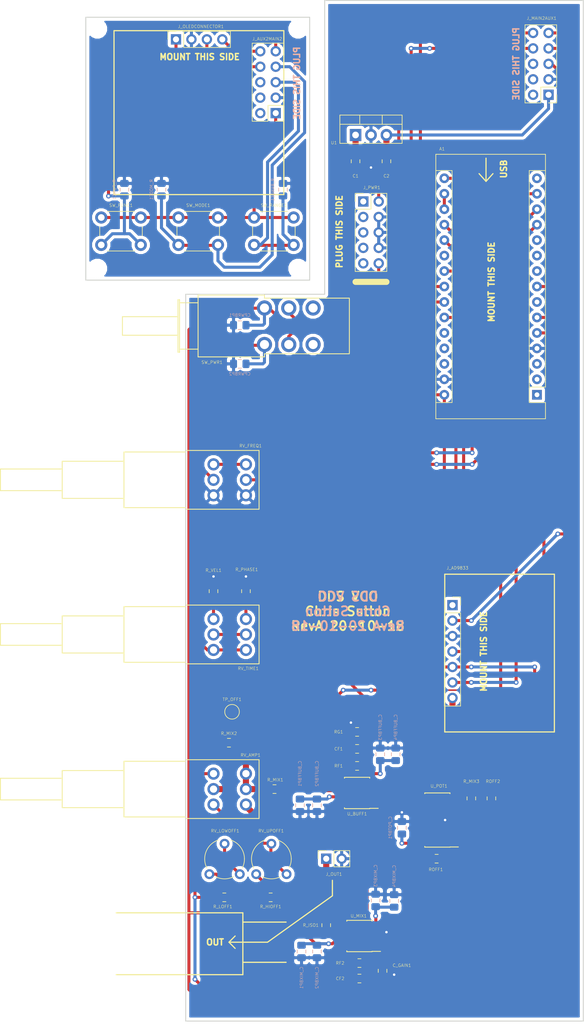
<source format=kicad_pcb>
(kicad_pcb (version 20171130) (host pcbnew "(5.0.0)")
  (layers (0 F.Cu signal) (31 B.Cu power) (34 B.Paste user) (35 F.Paste user) (36 B.SilkS user) (37 F.SilkS user) (38 B.Mask user) (39 F.Mask user) (44 Edge.Cuts user))
  (net 0 "")
  (net 1 /AREF)
  (net 2 /GND)
  (net 3 /WAVEBTN)
  (net 4 /MODEBTN)
  (net 5 /SDA)
  (net 6 /RANGEBTN)
  (net 7 /SCL)
  (net 8 /VEL1)
  (net 9 /POT_CS)
  (net 10 /DDS_CS)
  (net 11 /MOSI)
  (net 12 /5V)
  (net 13 /SCK)
  (net 14 /+12V)
  (net 15 /-12V)
  (net 16 "Net-(RV_AMP1-Pad2)")
  (net 17 "Net-(RV_AMP1-Pad3)")
  (net 18 "Net-(RV_AMP1-Pad1)")
  (net 19 /AuxiliaryBoard/5V_AUX)
  (net 20 /AuxiliaryBoard/GND_AUX)
  (net 21 /AuxiliaryBoard/WAVEBTN_AUX)
  (net 22 /AuxiliaryBoard/SCL_AUX)
  (net 23 /AuxiliaryBoard/RANGEBTN_AUX)
  (net 24 /AuxiliaryBoard/SDA_AUX)
  (net 25 /AuxiliaryBoard/MODEBTN_AUX)
  (net 26 /DDS_SIG)
  (net 27 /OutputSection/SIGOUT)
  (net 28 /DDS_REDUX)
  (net 29 "Net-(RV_UPOFF1-Pad3)")
  (net 30 "Net-(RV_LOWOFF1-Pad3)")
  (net 31 "Net-(RV_AMP1-Pad5)")
  (net 32 /OFFSETADJUST)
  (net 33 "Net-(ROFF1-Pad1)")
  (net 34 "Net-(ROFF2-Pad1)")
  (net 35 "Net-(CF2-Pad2)")
  (net 36 "Net-(CF2-Pad1)")
  (net 37 "Net-(J_PWR1-Pad2)")
  (net 38 "Net-(J_PWR1-Pad10)")
  (net 39 /PHASE1)
  (net 40 "Net-(RV_TIME1-Pad6)")
  (net 41 "Net-(RV_TIME1-Pad3)")
  (net 42 /FREQHI)
  (net 43 /FREQLO)
  (net 44 "Net-(CF1-Pad1)")
  (net 45 "Net-(CF1-Pad2)")
  (module MountingHole:MountingHole_2.2mm_M2_ISO7380 (layer F.Cu) (at 52.778681 68.162698)
    (fp_text reference REF** hide)
    (fp_text value MountingHole_2.2mm_M2_ISO7380)
    (pad 1 np_thru_hole circle (at 0 0) (size 2.2 2.2) (drill 2.2) (layers *.Cu *.Mask))
  )
  (module MountingHole:MountingHole_2.2mm_M2_ISO7380 (layer F.Cu) (at 85.798681 68.162698)
    (fp_text reference REF** hide)
    (fp_text value MountingHole_2.2mm_M2_ISO7380)
    (pad 1 np_thru_hole circle (at 0 0) (size 2.2 2.2) (drill 2.2) (layers *.Cu *.Mask))
  )
  (module MountingHole:MountingHole_2.2mm_M2_ISO7380 (layer F.Cu) (at 85.798681 107.532698)
    (fp_text reference REF** hide)
    (fp_text value MountingHole_2.2mm_M2_ISO7380)
    (pad 1 np_thru_hole circle (at 0 0) (size 2.2 2.2) (drill 2.2) (layers *.Cu *.Mask))
  )
  (module Potentiometer_THT:Potentiometer_Piher_PT-6-V_Vertical (layer F.Cu) (at 83.9 207.01 90)
    (fp_text reference RV_UPOFF1 (at 7.112 -2.54 180) (layer F.SilkS) (effects (font (size 0.5 0.5) (thickness 0.05))))
    (fp_text value 100K)
    (pad 1 thru_hole circle (at 0 0 90) (size 1.62 1.62) (drill 0.9) (layers *.Cu *.Mask) (net 18 "Net-(RV_AMP1-Pad1)"))
    (pad 2 thru_hole circle (at 5 -2.5 90) (size 1.62 1.62) (drill 0.9) (layers *.Cu *.Mask) (net 18 "Net-(RV_AMP1-Pad1)"))
    (pad 3 thru_hole circle (at 0 -5 90) (size 1.62 1.62) (drill 0.9) (layers *.Cu *.Mask) (net 29 "Net-(RV_UPOFF1-Pad3)"))
  )
  (module Module:Arduino_Nano (layer F.Cu) (at 125.095 128.27 180)
    (fp_text reference A1 (at 15.621 40.386) (layer F.SilkS) (effects (font (size 0.5 0.5) (thickness 0.05))))
    (fp_text value Arduino_Nano_v3.x)
    (pad 16 thru_hole oval (at 15.24 35.56 180) (size 1.6 1.6) (drill 0.8) (layers *.Cu *.Mask) (net 13 /SCK))
    (pad 15 thru_hole oval (at 0 35.56 180) (size 1.6 1.6) (drill 0.8) (layers *.Cu *.Mask))
    (pad 30 thru_hole oval (at 15.24 0 180) (size 1.6 1.6) (drill 0.8) (layers *.Cu *.Mask) (net 12 /5V))
    (pad 14 thru_hole oval (at 0 33.02 180) (size 1.6 1.6) (drill 0.8) (layers *.Cu *.Mask) (net 11 /MOSI))
    (pad 29 thru_hole oval (at 15.24 2.54 180) (size 1.6 1.6) (drill 0.8) (layers *.Cu *.Mask) (net 2 /GND))
    (pad 13 thru_hole oval (at 0 30.48 180) (size 1.6 1.6) (drill 0.8) (layers *.Cu *.Mask) (net 10 /DDS_CS))
    (pad 28 thru_hole oval (at 15.24 5.08 180) (size 1.6 1.6) (drill 0.8) (layers *.Cu *.Mask))
    (pad 12 thru_hole oval (at 0 27.94 180) (size 1.6 1.6) (drill 0.8) (layers *.Cu *.Mask) (net 9 /POT_CS))
    (pad 27 thru_hole oval (at 15.24 7.62 180) (size 1.6 1.6) (drill 0.8) (layers *.Cu *.Mask))
    (pad 11 thru_hole oval (at 0 25.4 180) (size 1.6 1.6) (drill 0.8) (layers *.Cu *.Mask))
    (pad 26 thru_hole oval (at 15.24 10.16 180) (size 1.6 1.6) (drill 0.8) (layers *.Cu *.Mask))
    (pad 10 thru_hole circle (at 0 22.86 180) (size 1.6 1.6) (drill 0.8) (layers *.Cu *.Mask))
    (pad 25 thru_hole oval (at 15.24 12.7 180) (size 1.6 1.6) (drill 0.8) (layers *.Cu *.Mask) (net 8 /VEL1))
    (pad 9 thru_hole oval (at 0 20.32 180) (size 1.6 1.6) (drill 0.8) (layers *.Cu *.Mask))
    (pad 24 thru_hole oval (at 15.24 15.24 180) (size 1.6 1.6) (drill 0.8) (layers *.Cu *.Mask) (net 7 /SCL))
    (pad 8 thru_hole oval (at 0 17.78 180) (size 1.6 1.6) (drill 0.8) (layers *.Cu *.Mask) (net 6 /RANGEBTN))
    (pad 23 thru_hole oval (at 15.24 17.78 180) (size 1.6 1.6) (drill 0.8) (layers *.Cu *.Mask) (net 5 /SDA))
    (pad 7 thru_hole oval (at 0 15.24 180) (size 1.6 1.6) (drill 0.8) (layers *.Cu *.Mask))
    (pad 22 thru_hole oval (at 15.24 20.32 180) (size 1.6 1.6) (drill 0.8) (layers *.Cu *.Mask) (net 39 /PHASE1))
    (pad 6 thru_hole oval (at 0 12.7 180) (size 1.6 1.6) (drill 0.8) (layers *.Cu *.Mask) (net 4 /MODEBTN))
    (pad 21 thru_hole oval (at 15.24 22.86 180) (size 1.6 1.6) (drill 0.8) (layers *.Cu *.Mask))
    (pad 5 thru_hole oval (at 0 10.16 180) (size 1.6 1.6) (drill 0.8) (layers *.Cu *.Mask) (net 3 /WAVEBTN))
    (pad 20 thru_hole oval (at 15.24 25.4 180) (size 1.6 1.6) (drill 0.8) (layers *.Cu *.Mask) (net 43 /FREQLO))
    (pad 4 thru_hole oval (at 0 7.62 180) (size 1.6 1.6) (drill 0.8) (layers *.Cu *.Mask) (net 2 /GND))
    (pad 19 thru_hole oval (at 15.24 27.94 180) (size 1.6 1.6) (drill 0.8) (layers *.Cu *.Mask) (net 42 /FREQHI))
    (pad 3 thru_hole oval (at 0 5.08 180) (size 1.6 1.6) (drill 0.8) (layers *.Cu *.Mask))
    (pad 18 thru_hole oval (at 15.24 30.48 180) (size 1.6 1.6) (drill 0.8) (layers *.Cu *.Mask) (net 1 /AREF))
    (pad 2 thru_hole oval (at 0 2.54 180) (size 1.6 1.6) (drill 0.8) (layers *.Cu *.Mask))
    (pad 17 thru_hole oval (at 15.24 33.02 180) (size 1.6 1.6) (drill 0.8) (layers *.Cu *.Mask) (net 1 /AREF))
    (pad 1 thru_hole rect (at 0 0 180) (size 1.6 1.6) (drill 0.8) (layers *.Cu *.Mask))
  )
  (module PTH901:PTH901 (layer F.Cu) (at 74.93 142.24 180)
    (fp_text reference RV_FREQ1 (at -3.048 5.588 180) (layer F.SilkS) (effects (font (size 0.5 0.5) (thickness 0.05))))
    (fp_text value B10K)
    (pad 1 thru_hole circle (at 3.048 -2.54 180) (size 2 2) (drill 1.2) (layers *.Cu *.Mask) (net 2 /GND))
    (pad 2 thru_hole circle (at 3.048 0 180) (size 2 2) (drill 1.2) (layers *.Cu *.Mask) (net 43 /FREQLO))
    (pad 3 thru_hole circle (at 3.048 2.54 180) (size 2 2) (drill 1.2) (layers *.Cu *.Mask) (net 12 /5V))
    (pad 4 thru_hole circle (at -2.286 -2.54 180) (size 2 2) (drill 1.2) (layers *.Cu *.Mask) (net 2 /GND))
    (pad 5 thru_hole circle (at -2.286 0 180) (size 2 2) (drill 1.2) (layers *.Cu *.Mask) (net 42 /FREQHI))
    (pad 6 thru_hole circle (at -2.286 2.54 180) (size 2 2) (drill 1.2) (layers *.Cu *.Mask) (net 12 /5V))
  )
  (module Resistor_SMD:R_0805_2012Metric_Pad1.15x1.40mm_HandSolder (layer F.Cu) (at 95.504 183.642)
    (fp_text reference RG1 (at -3.048 0 180) (layer F.SilkS) (effects (font (size 0.5 0.5) (thickness 0.05))))
    (fp_text value 1k)
    (pad 1 smd roundrect (at -1.025 0) (size 1.15 1.4) (layers F.Cu F.Paste F.Mask) (roundrect_rratio 0.217391) (net 2 /GND))
    (pad 2 smd roundrect (at 1.025 0) (size 1.15 1.4) (layers F.Cu F.Paste F.Mask) (roundrect_rratio 0.217391) (net 45 "Net-(CF1-Pad2)"))
  )
  (module Resistor_SMD:R_0805_2012Metric_Pad1.15x1.40mm_HandSolder (layer F.Cu) (at 95.504 189.23)
    (fp_text reference RF1 (at -3.048 0 180) (layer F.SilkS) (effects (font (size 0.5 0.5) (thickness 0.05))))
    (fp_text value 1k)
    (pad 2 smd roundrect (at 1.025 0) (size 1.15 1.4) (layers F.Cu F.Paste F.Mask) (roundrect_rratio 0.217391) (net 45 "Net-(CF1-Pad2)"))
    (pad 1 smd roundrect (at -1.025 0) (size 1.15 1.4) (layers F.Cu F.Paste F.Mask) (roundrect_rratio 0.217391) (net 44 "Net-(CF1-Pad1)"))
  )
  (module ALPS_SPUN191600:ALPS_SPUN191600 (layer F.Cu) (at 80.264 116.967 90)
    (fp_text reference SW_PWR1 (at -5.969 -8.636 180) (layer F.SilkS) (effects (font (size 0.5 0.5) (thickness 0.05))))
    (fp_text value SW_DPDT_x2)
    (pad 4 thru_hole circle (at -3.048 0 90) (size 2.5 2.5) (drill 1.5) (layers *.Cu *.Mask) (net 15 /-12V))
    (pad 1 thru_hole circle (at 2.952 0 90) (size 2.5 2.5) (drill 1.5) (layers *.Cu *.Mask) (net 14 /+12V))
    (pad 5 thru_hole circle (at -3.048 4 90) (size 2.5 2.5) (drill 1.5) (layers *.Cu *.Mask) (net 38 "Net-(J_PWR1-Pad10)"))
    (pad 2 thru_hole circle (at 2.952 4 90) (size 2.5 2.5) (drill 1.5) (layers *.Cu *.Mask) (net 37 "Net-(J_PWR1-Pad2)"))
    (pad 6 thru_hole circle (at -3.048 8 90) (size 2.5 2.5) (drill 1.5) (layers *.Cu *.Mask))
    (pad 3 thru_hole circle (at 2.952 8 90) (size 2.5 2.5) (drill 1.5) (layers *.Cu *.Mask))
  )
  (module Connector_PinSocket_2.54mm:PinSocket_1x02_P2.54mm_Vertical (layer F.Cu) (at 90.424 204.47 90)
    (fp_text reference J_OUT1 (at -2.54 1.27) (layer F.SilkS) (effects (font (size 0.5 0.5) (thickness 0.05))))
    (fp_text value Conn_01x02)
    (pad 1 thru_hole rect (at 0 0 90) (size 1.7 1.7) (drill 1) (layers *.Cu *.Mask) (net 27 /OutputSection/SIGOUT))
    (pad 2 thru_hole oval (at 0 2.54 90) (size 1.7 1.7) (drill 1) (layers *.Cu *.Mask) (net 2 /GND))
  )
  (module Connector_PinHeader_2.54mm:PinHeader_2x05_P2.54mm_Vertical (layer F.Cu) (at 96.52 96.52)
    (fp_text reference J_PWR1 (at 1.397 -2.286 180) (layer F.SilkS) (effects (font (size 0.5 0.5) (thickness 0.05))))
    (fp_text value Conn_02x05_Odd_Even)
    (pad 1 thru_hole rect (at 0 0) (size 1.7 1.7) (drill 1) (layers *.Cu *.Mask))
    (pad 2 thru_hole oval (at 2.54 0) (size 1.7 1.7) (drill 1) (layers *.Cu *.Mask) (net 37 "Net-(J_PWR1-Pad2)"))
    (pad 3 thru_hole oval (at 0 2.54) (size 1.7 1.7) (drill 1) (layers *.Cu *.Mask))
    (pad 4 thru_hole oval (at 2.54 2.54) (size 1.7 1.7) (drill 1) (layers *.Cu *.Mask) (net 2 /GND))
    (pad 5 thru_hole oval (at 0 5.08) (size 1.7 1.7) (drill 1) (layers *.Cu *.Mask))
    (pad 6 thru_hole oval (at 2.54 5.08) (size 1.7 1.7) (drill 1) (layers *.Cu *.Mask) (net 2 /GND))
    (pad 7 thru_hole oval (at 0 7.62) (size 1.7 1.7) (drill 1) (layers *.Cu *.Mask))
    (pad 8 thru_hole oval (at 2.54 7.62) (size 1.7 1.7) (drill 1) (layers *.Cu *.Mask) (net 2 /GND))
    (pad 9 thru_hole oval (at 0 10.16) (size 1.7 1.7) (drill 1) (layers *.Cu *.Mask))
    (pad 10 thru_hole oval (at 2.54 10.16) (size 1.7 1.7) (drill 1) (layers *.Cu *.Mask) (net 38 "Net-(J_PWR1-Pad10)"))
  )
  (module Resistor_SMD:R_0805_2012Metric_Pad1.15x1.40mm_HandSolder (layer B.Cu) (at 83.312 94.578698 270)
    (fp_text reference R_RANGE1 (at 0 1.65 270) (layer B.SilkS) (effects (font (size 0.5 0.5) (thickness 0.05)) (justify mirror)))
    (fp_text value 1K)
    (pad 1 smd roundrect (at -1.025 0 270) (size 1.15 1.4) (layers B.Cu B.Paste B.Mask) (roundrect_rratio 0.217391) (net 20 /AuxiliaryBoard/GND_AUX))
    (pad 2 smd roundrect (at 1.025 0 270) (size 1.15 1.4) (layers B.Cu B.Paste B.Mask) (roundrect_rratio 0.217391) (net 23 /AuxiliaryBoard/RANGEBTN_AUX))
  )
  (module Capacitor_SMD:C_0805_2012Metric_Pad1.15x1.40mm_HandSolder (layer B.Cu) (at 86.106 195.694477 270)
    (fp_text reference C_BUFFBP1 (at -5.194477 0 270) (layer B.SilkS) (effects (font (size 0.5 0.5) (thickness 0.05)) (justify mirror)))
    (fp_text value 2.2uF)
    (pad 1 smd roundrect (at -1.025 0 270) (size 1.15 1.4) (layers B.Cu B.Paste B.Mask) (roundrect_rratio 0.217391) (net 14 /+12V))
    (pad 2 smd roundrect (at 1.025 0 270) (size 1.15 1.4) (layers B.Cu B.Paste B.Mask) (roundrect_rratio 0.217391) (net 2 /GND))
  )
  (module Package_SO:SOIC-14_3.9x8.7mm_P1.27mm (layer F.Cu) (at 108.712 198.12 180)
    (fp_text reference U_POT1 (at -0.254 5.588 180) (layer F.SilkS) (effects (font (size 0.5 0.5) (thickness 0.05))))
    (fp_text value MCP42050)
    (pad 1 smd rect (at -2.7 -3.81 180) (size 1.5 0.6) (layers F.Cu F.Paste F.Mask) (net 9 /POT_CS))
    (pad 2 smd rect (at -2.7 -2.54 180) (size 1.5 0.6) (layers F.Cu F.Paste F.Mask) (net 13 /SCK))
    (pad 3 smd rect (at -2.7 -1.27 180) (size 1.5 0.6) (layers F.Cu F.Paste F.Mask) (net 11 /MOSI))
    (pad 4 smd rect (at -2.7 0 180) (size 1.5 0.6) (layers F.Cu F.Paste F.Mask) (net 2 /GND))
    (pad 5 smd rect (at -2.7 1.27 180) (size 1.5 0.6) (layers F.Cu F.Paste F.Mask) (net 34 "Net-(ROFF2-Pad1)"))
    (pad 6 smd rect (at -2.7 2.54 180) (size 1.5 0.6) (layers F.Cu F.Paste F.Mask) (net 32 /OFFSETADJUST))
    (pad 7 smd rect (at -2.7 3.81 180) (size 1.5 0.6) (layers F.Cu F.Paste F.Mask) (net 33 "Net-(ROFF1-Pad1)"))
    (pad 8 smd rect (at 2.7 3.81 180) (size 1.5 0.6) (layers F.Cu F.Paste F.Mask) (net 26 /DDS_SIG))
    (pad 9 smd rect (at 2.7 2.54 180) (size 1.5 0.6) (layers F.Cu F.Paste F.Mask) (net 28 /DDS_REDUX))
    (pad 10 smd rect (at 2.7 1.27 180) (size 1.5 0.6) (layers F.Cu F.Paste F.Mask) (net 2 /GND))
    (pad 11 smd rect (at 2.7 0 180) (size 1.5 0.6) (layers F.Cu F.Paste F.Mask) (net 12 /5V))
    (pad 12 smd rect (at 2.7 -1.27 180) (size 1.5 0.6) (layers F.Cu F.Paste F.Mask) (net 12 /5V))
    (pad 13 smd rect (at 2.7 -2.54 180) (size 1.5 0.6) (layers F.Cu F.Paste F.Mask))
    (pad 14 smd rect (at 2.7 -3.81 180) (size 1.5 0.6) (layers F.Cu F.Paste F.Mask) (net 12 /5V))
  )
  (module Resistor_SMD:R_0805_2012Metric_Pad1.15x1.40mm_HandSolder (layer F.Cu) (at 73.66 210.82)
    (fp_text reference R_LOFF1 (at -0.254 1.524) (layer F.SilkS) (effects (font (size 0.5 0.5) (thickness 0.05))))
    (fp_text value 1K)
    (pad 1 smd roundrect (at -1.025 0) (size 1.15 1.4) (layers F.Cu F.Paste F.Mask) (roundrect_rratio 0.217391) (net 15 /-12V))
    (pad 2 smd roundrect (at 1.025 0) (size 1.15 1.4) (layers F.Cu F.Paste F.Mask) (roundrect_rratio 0.217391) (net 30 "Net-(RV_LOWOFF1-Pad3)"))
  )
  (module Capacitor_SMD:C_0805_2012Metric_Pad1.15x1.40mm_HandSolder (layer F.Cu) (at 95.25 89.916 270)
    (fp_text reference C1 (at 2.413 0) (layer F.SilkS) (effects (font (size 0.5 0.5) (thickness 0.05))))
    (fp_text value 220nF)
    (pad 1 smd roundrect (at -1.025 0 270) (size 1.15 1.4) (layers F.Cu F.Paste F.Mask) (roundrect_rratio 0.217391) (net 14 /+12V))
    (pad 2 smd roundrect (at 1.025 0 270) (size 1.15 1.4) (layers F.Cu F.Paste F.Mask) (roundrect_rratio 0.217391) (net 2 /GND))
  )
  (module Capacitor_SMD:C_0805_2012Metric_Pad1.15x1.40mm_HandSolder (layer F.Cu) (at 100.33 89.916 270)
    (fp_text reference C2 (at 2.413 0) (layer F.SilkS) (effects (font (size 0.5 0.5) (thickness 0.05))))
    (fp_text value 100nF)
    (pad 2 smd roundrect (at 1.025 0 270) (size 1.15 1.4) (layers F.Cu F.Paste F.Mask) (roundrect_rratio 0.217391) (net 2 /GND))
    (pad 1 smd roundrect (at -1.025 0 270) (size 1.15 1.4) (layers F.Cu F.Paste F.Mask) (roundrect_rratio 0.217391) (net 12 /5V))
  )
  (module Connector_PinSocket_2.54mm:PinSocket_1x07_P2.54mm_Vertical (layer F.Cu) (at 111.194407 162.821772)
    (fp_text reference J_AD9833 (at 0.819593 -6.103772 -180) (layer F.SilkS) (effects (font (size 0.5 0.5) (thickness 0.05))))
    (fp_text value Conn_01x07)
    (pad 7 thru_hole oval (at 0 15.24) (size 1.7 1.7) (drill 1) (layers *.Cu *.Mask) (net 26 /DDS_SIG))
    (pad 6 thru_hole oval (at 0 12.7) (size 1.7 1.7) (drill 1) (layers *.Cu *.Mask) (net 10 /DDS_CS))
    (pad 5 thru_hole oval (at 0 10.16) (size 1.7 1.7) (drill 1) (layers *.Cu *.Mask) (net 13 /SCK))
    (pad 4 thru_hole oval (at 0 7.62) (size 1.7 1.7) (drill 1) (layers *.Cu *.Mask) (net 11 /MOSI))
    (pad 3 thru_hole oval (at 0 5.08) (size 1.7 1.7) (drill 1) (layers *.Cu *.Mask) (net 2 /GND))
    (pad 2 thru_hole oval (at 0 2.54) (size 1.7 1.7) (drill 1) (layers *.Cu *.Mask) (net 12 /5V))
    (pad 1 thru_hole rect (at 0 0) (size 1.7 1.7) (drill 1) (layers *.Cu *.Mask))
  )
  (module Connector_PinHeader_2.54mm:PinHeader_2x05_P2.54mm_Vertical (layer F.Cu) (at 82.115681 82.005698 180)
    (fp_text reference J_AUX2MAIN2 (at 1.397 12.192 180) (layer F.SilkS) (effects (font (size 0.5 0.5) (thickness 0.05))))
    (fp_text value Conn_02x05_Odd_Even)
    (pad 1 thru_hole rect (at 0 0 180) (size 1.7 1.7) (drill 1) (layers *.Cu *.Mask) (net 19 /AuxiliaryBoard/5V_AUX))
    (pad 2 thru_hole oval (at 2.54 0 180) (size 1.7 1.7) (drill 1) (layers *.Cu *.Mask))
    (pad 3 thru_hole oval (at 0 2.54 180) (size 1.7 1.7) (drill 1) (layers *.Cu *.Mask) (net 20 /AuxiliaryBoard/GND_AUX))
    (pad 4 thru_hole oval (at 2.54 2.54 180) (size 1.7 1.7) (drill 1) (layers *.Cu *.Mask))
    (pad 5 thru_hole oval (at 0 5.08 180) (size 1.7 1.7) (drill 1) (layers *.Cu *.Mask) (net 23 /AuxiliaryBoard/RANGEBTN_AUX))
    (pad 6 thru_hole oval (at 2.54 5.08 180) (size 1.7 1.7) (drill 1) (layers *.Cu *.Mask))
    (pad 7 thru_hole oval (at 0 7.62 180) (size 1.7 1.7) (drill 1) (layers *.Cu *.Mask) (net 25 /AuxiliaryBoard/MODEBTN_AUX))
    (pad 8 thru_hole oval (at 2.54 7.62 180) (size 1.7 1.7) (drill 1) (layers *.Cu *.Mask) (net 22 /AuxiliaryBoard/SCL_AUX))
    (pad 9 thru_hole oval (at 0 10.16 180) (size 1.7 1.7) (drill 1) (layers *.Cu *.Mask) (net 21 /AuxiliaryBoard/WAVEBTN_AUX))
    (pad 10 thru_hole oval (at 2.54 10.16 180) (size 1.7 1.7) (drill 1) (layers *.Cu *.Mask) (net 24 /AuxiliaryBoard/SDA_AUX))
  )
  (module Connector_PinHeader_2.54mm:PinHeader_2x05_P2.54mm_Vertical (layer F.Cu) (at 127 78.994 180)
    (fp_text reference J_MAIN2AUX1 (at 1.143 12.573 180) (layer F.SilkS) (effects (font (size 0.5 0.5) (thickness 0.05))))
    (fp_text value Conn_02x05_Odd_Even)
    (pad 1 thru_hole rect (at 0 0 180) (size 1.7 1.7) (drill 1) (layers *.Cu *.Mask) (net 12 /5V))
    (pad 2 thru_hole oval (at 2.54 0 180) (size 1.7 1.7) (drill 1) (layers *.Cu *.Mask))
    (pad 3 thru_hole oval (at 0 2.54 180) (size 1.7 1.7) (drill 1) (layers *.Cu *.Mask) (net 2 /GND))
    (pad 4 thru_hole oval (at 2.54 2.54 180) (size 1.7 1.7) (drill 1) (layers *.Cu *.Mask))
    (pad 5 thru_hole oval (at 0 5.08 180) (size 1.7 1.7) (drill 1) (layers *.Cu *.Mask) (net 6 /RANGEBTN))
    (pad 6 thru_hole oval (at 2.54 5.08 180) (size 1.7 1.7) (drill 1) (layers *.Cu *.Mask))
    (pad 7 thru_hole oval (at 0 7.62 180) (size 1.7 1.7) (drill 1) (layers *.Cu *.Mask) (net 4 /MODEBTN))
    (pad 8 thru_hole oval (at 2.54 7.62 180) (size 1.7 1.7) (drill 1) (layers *.Cu *.Mask) (net 7 /SCL))
    (pad 9 thru_hole oval (at 0 10.16 180) (size 1.7 1.7) (drill 1) (layers *.Cu *.Mask) (net 3 /WAVEBTN))
    (pad 10 thru_hole oval (at 2.54 10.16 180) (size 1.7 1.7) (drill 1) (layers *.Cu *.Mask) (net 5 /SDA))
  )
  (module Connector_PinSocket_2.54mm:PinSocket_1x04_P2.54mm_Vertical (layer F.Cu) (at 65.709646 69.891447 90)
    (fp_text reference J_OLEDCONNECTOR1 (at 2.109749 4.087035 180) (layer F.SilkS) (effects (font (size 0.5 0.5) (thickness 0.05))))
    (fp_text value Conn_01x04)
    (pad 1 thru_hole rect (at 0 0 90) (size 1.7 1.7) (drill 1) (layers *.Cu *.Mask) (net 19 /AuxiliaryBoard/5V_AUX))
    (pad 2 thru_hole oval (at 0 2.54 90) (size 1.7 1.7) (drill 1) (layers *.Cu *.Mask) (net 20 /AuxiliaryBoard/GND_AUX))
    (pad 3 thru_hole oval (at 0 5.08 90) (size 1.7 1.7) (drill 1) (layers *.Cu *.Mask) (net 22 /AuxiliaryBoard/SCL_AUX))
    (pad 4 thru_hole oval (at 0 7.62 90) (size 1.7 1.7) (drill 1) (layers *.Cu *.Mask) (net 24 /AuxiliaryBoard/SDA_AUX))
  )
  (module Resistor_SMD:R_0805_2012Metric_Pad1.15x1.40mm_HandSolder (layer F.Cu) (at 90.424 215.392 270)
    (fp_text reference R_ISO1 (at 0 2.54 180) (layer F.SilkS) (effects (font (size 0.5 0.5) (thickness 0.05))))
    (fp_text value "600R 1%")
    (pad 2 smd roundrect (at 1.025 0 270) (size 1.15 1.4) (layers F.Cu F.Paste F.Mask) (roundrect_rratio 0.217391) (net 36 "Net-(CF2-Pad1)"))
    (pad 1 smd roundrect (at -1.025 0 270) (size 1.15 1.4) (layers F.Cu F.Paste F.Mask) (roundrect_rratio 0.217391) (net 27 /OutputSection/SIGOUT))
  )
  (module Resistor_SMD:R_0805_2012Metric_Pad1.15x1.40mm_HandSolder (layer F.Cu) (at 81.915 193.04 180)
    (fp_text reference R_MIX1 (at -0.127 1.524 180) (layer F.SilkS) (effects (font (size 0.5 0.5) (thickness 0.05))))
    (fp_text value 1K)
    (pad 1 smd roundrect (at -1.025 0 180) (size 1.15 1.4) (layers F.Cu F.Paste F.Mask) (roundrect_rratio 0.217391) (net 44 "Net-(CF1-Pad1)"))
    (pad 2 smd roundrect (at 1.025 0 180) (size 1.15 1.4) (layers F.Cu F.Paste F.Mask) (roundrect_rratio 0.217391) (net 31 "Net-(RV_AMP1-Pad5)"))
  )
  (module Resistor_SMD:R_0805_2012Metric_Pad1.15x1.40mm_HandSolder (layer F.Cu) (at 74.422 185.42)
    (fp_text reference R_MIX2 (at 0 -1.524 -180) (layer F.SilkS) (effects (font (size 0.5 0.5) (thickness 0.05))))
    (fp_text value 1K)
    (pad 2 smd roundrect (at 1.025 0) (size 1.15 1.4) (layers F.Cu F.Paste F.Mask) (roundrect_rratio 0.217391) (net 31 "Net-(RV_AMP1-Pad5)"))
    (pad 1 smd roundrect (at -1.025 0) (size 1.15 1.4) (layers F.Cu F.Paste F.Mask) (roundrect_rratio 0.217391) (net 16 "Net-(RV_AMP1-Pad2)"))
  )
  (module Resistor_SMD:R_0805_2012Metric_Pad1.15x1.40mm_HandSolder (layer B.Cu) (at 63.319681 94.578698 270)
    (fp_text reference R_MODE1 (at 0 1.65 270) (layer B.SilkS) (effects (font (size 0.5 0.5) (thickness 0.05)) (justify mirror)))
    (fp_text value 1K)
    (pad 2 smd roundrect (at 1.025 0 270) (size 1.15 1.4) (layers B.Cu B.Paste B.Mask) (roundrect_rratio 0.217391) (net 25 /AuxiliaryBoard/MODEBTN_AUX))
    (pad 1 smd roundrect (at -1.025 0 270) (size 1.15 1.4) (layers B.Cu B.Paste B.Mask) (roundrect_rratio 0.217391) (net 20 /AuxiliaryBoard/GND_AUX))
  )
  (module Resistor_SMD:R_0805_2012Metric_Pad1.15x1.40mm_HandSolder (layer F.Cu) (at 71.882 160.528 270)
    (fp_text reference R_VEL1 (at -3.429 0 180) (layer F.SilkS) (effects (font (size 0.5 0.5) (thickness 0.05))))
    (fp_text value 100R)
    (pad 1 smd roundrect (at -1.025 0 270) (size 1.15 1.4) (layers F.Cu F.Paste F.Mask) (roundrect_rratio 0.217391) (net 2 /GND))
    (pad 2 smd roundrect (at 1.025 0 270) (size 1.15 1.4) (layers F.Cu F.Paste F.Mask) (roundrect_rratio 0.217391) (net 41 "Net-(RV_TIME1-Pad3)"))
  )
  (module Button_Switch_THT:SW_PUSH_6mm (layer F.Cu) (at 53.413681 99.150698)
    (fp_text reference SW_FUNC1 (at 3.25 -2) (layer F.SilkS) (effects (font (size 0.5 0.5) (thickness 0.05))))
    (fp_text value SW_SPST)
    (pad 1 thru_hole circle (at 6.5 0 90) (size 2 2) (drill 1.1) (layers *.Cu *.Mask) (net 19 /AuxiliaryBoard/5V_AUX))
    (pad 2 thru_hole circle (at 6.5 4.5 90) (size 2 2) (drill 1.1) (layers *.Cu *.Mask) (net 21 /AuxiliaryBoard/WAVEBTN_AUX))
    (pad 1 thru_hole circle (at 0 0 90) (size 2 2) (drill 1.1) (layers *.Cu *.Mask) (net 19 /AuxiliaryBoard/5V_AUX))
    (pad 2 thru_hole circle (at 0 4.5 90) (size 2 2) (drill 1.1) (layers *.Cu *.Mask) (net 21 /AuxiliaryBoard/WAVEBTN_AUX))
  )
  (module Button_Switch_THT:SW_PUSH_6mm (layer F.Cu) (at 66.113681 99.150698)
    (fp_text reference SW_MODE1 (at 3.25 -2) (layer F.SilkS) (effects (font (size 0.5 0.5) (thickness 0.05))))
    (fp_text value SW_SPST)
    (pad 2 thru_hole circle (at 0 4.5 90) (size 2 2) (drill 1.1) (layers *.Cu *.Mask) (net 25 /AuxiliaryBoard/MODEBTN_AUX))
    (pad 1 thru_hole circle (at 0 0 90) (size 2 2) (drill 1.1) (layers *.Cu *.Mask) (net 19 /AuxiliaryBoard/5V_AUX))
    (pad 2 thru_hole circle (at 6.5 4.5 90) (size 2 2) (drill 1.1) (layers *.Cu *.Mask) (net 25 /AuxiliaryBoard/MODEBTN_AUX))
    (pad 1 thru_hole circle (at 6.5 0 90) (size 2 2) (drill 1.1) (layers *.Cu *.Mask) (net 19 /AuxiliaryBoard/5V_AUX))
  )
  (module Button_Switch_THT:SW_PUSH_6mm (layer F.Cu) (at 78.559681 99.150698)
    (fp_text reference SW_RANGE1 (at 3.25 -2) (layer F.SilkS) (effects (font (size 0.5 0.5) (thickness 0.05))))
    (fp_text value SW_SPST)
    (pad 2 thru_hole circle (at 0 4.5 90) (size 2 2) (drill 1.1) (layers *.Cu *.Mask) (net 23 /AuxiliaryBoard/RANGEBTN_AUX))
    (pad 1 thru_hole circle (at 0 0 90) (size 2 2) (drill 1.1) (layers *.Cu *.Mask) (net 19 /AuxiliaryBoard/5V_AUX))
    (pad 2 thru_hole circle (at 6.5 4.5 90) (size 2 2) (drill 1.1) (layers *.Cu *.Mask) (net 23 /AuxiliaryBoard/RANGEBTN_AUX))
    (pad 1 thru_hole circle (at 6.5 0 90) (size 2 2) (drill 1.1) (layers *.Cu *.Mask) (net 19 /AuxiliaryBoard/5V_AUX))
  )
  (module Package_TO_SOT_THT:TO-220-3_Vertical (layer F.Cu) (at 95.25 85.598)
    (fp_text reference U1 (at -3.556 1.27) (layer F.SilkS) (effects (font (size 0.5 0.5) (thickness 0.05))))
    (fp_text value LM7805_TO220)
    (pad 1 thru_hole rect (at 0 0) (size 1.905 2) (drill 1.1) (layers *.Cu *.Mask) (net 14 /+12V))
    (pad 2 thru_hole oval (at 2.54 0) (size 1.905 2) (drill 1.1) (layers *.Cu *.Mask) (net 2 /GND))
    (pad 3 thru_hole oval (at 5.08 0) (size 1.905 2) (drill 1.1) (layers *.Cu *.Mask) (net 12 /5V))
  )
  (module Capacitor_SMD:C_0805_2012Metric_Pad1.15x1.40mm_HandSolder (layer F.Cu) (at 99.695 222.885 270)
    (fp_text reference C_GAIN1 (at -0.889 -3.175) (layer F.SilkS) (effects (font (size 0.5 0.5) (thickness 0.05))))
    (fp_text value 470pF)
    (pad 1 smd roundrect (at -1.025 0 270) (size 1.15 1.4) (layers F.Cu F.Paste F.Mask) (roundrect_rratio 0.217391) (net 35 "Net-(CF2-Pad2)"))
    (pad 2 smd roundrect (at 1.025 0 270) (size 1.15 1.4) (layers F.Cu F.Paste F.Mask) (roundrect_rratio 0.217391) (net 2 /GND))
  )
  (module Resistor_SMD:R_0805_2012Metric_Pad1.15x1.40mm_HandSolder (layer F.Cu) (at 81.28 210.82 180)
    (fp_text reference R_HIOFF1 (at 0 -1.524 180) (layer F.SilkS) (effects (font (size 0.5 0.5) (thickness 0.05))))
    (fp_text value 1K)
    (pad 2 smd roundrect (at 1.025 0 180) (size 1.15 1.4) (layers F.Cu F.Paste F.Mask) (roundrect_rratio 0.217391) (net 29 "Net-(RV_UPOFF1-Pad3)"))
    (pad 1 smd roundrect (at -1.025 0 180) (size 1.15 1.4) (layers F.Cu F.Paste F.Mask) (roundrect_rratio 0.217391) (net 14 /+12V))
  )
  (module TestPoint:TestPoint_Pad_D2.0mm (layer F.Cu) (at 74.93 180.34 90)
    (fp_text reference TP_OFF1 (at 2.032 0 180) (layer F.SilkS) (effects (font (size 0.5 0.5) (thickness 0.05))))
    (fp_text value TestPoint)
    (pad 1 smd circle (at 0 0 90) (size 2 2) (layers F.Cu F.Mask) (net 16 "Net-(RV_AMP1-Pad2)"))
  )
  (module Capacitor_SMD:C_0805_2012Metric_Pad1.15x1.40mm_HandSolder (layer B.Cu) (at 102.87 199.39 90)
    (fp_text reference C_POTBP1 (at 0 -1.905 90) (layer B.SilkS) (effects (font (size 0.5 0.5) (thickness 0.05)) (justify mirror)))
    (fp_text value 100nF)
    (pad 1 smd roundrect (at -1.025 0 90) (size 1.15 1.4) (layers B.Cu B.Paste B.Mask) (roundrect_rratio 0.217391) (net 12 /5V))
    (pad 2 smd roundrect (at 1.025 0 90) (size 1.15 1.4) (layers B.Cu B.Paste B.Mask) (roundrect_rratio 0.217391) (net 2 /GND))
  )
  (module Capacitor_SMD:C_0805_2012Metric_Pad1.15x1.40mm_HandSolder (layer B.Cu) (at 88.9 195.694477 270)
    (fp_text reference C_BUFFBP2 (at -5.194477 0 270) (layer B.SilkS) (effects (font (size 0.5 0.5) (thickness 0.05)) (justify mirror)))
    (fp_text value 100nF)
    (pad 2 smd roundrect (at 1.025 0 270) (size 1.15 1.4) (layers B.Cu B.Paste B.Mask) (roundrect_rratio 0.217391) (net 2 /GND))
    (pad 1 smd roundrect (at -1.025 0 270) (size 1.15 1.4) (layers B.Cu B.Paste B.Mask) (roundrect_rratio 0.217391) (net 14 /+12V))
  )
  (module Resistor_SMD:R_0805_2012Metric_Pad1.15x1.40mm_HandSolder (layer F.Cu) (at 114.3 194.564 90)
    (fp_text reference R_MIX3 (at 2.794 0 180) (layer F.SilkS) (effects (font (size 0.5 0.5) (thickness 0.05))))
    (fp_text value 1K)
    (pad 1 smd roundrect (at -1.025 0 90) (size 1.15 1.4) (layers F.Cu F.Paste F.Mask) (roundrect_rratio 0.217391) (net 32 /OFFSETADJUST))
    (pad 2 smd roundrect (at 1.025 0 90) (size 1.15 1.4) (layers F.Cu F.Paste F.Mask) (roundrect_rratio 0.217391) (net 31 "Net-(RV_AMP1-Pad5)"))
  )
  (module Resistor_SMD:R_0805_2012Metric_Pad1.15x1.40mm_HandSolder (layer F.Cu) (at 95.885 221.615)
    (fp_text reference RF2 (at -3.175 0 -180) (layer F.SilkS) (effects (font (size 0.5 0.5) (thickness 0.05))))
    (fp_text value 8K2)
    (pad 1 smd roundrect (at -1.025 0) (size 1.15 1.4) (layers F.Cu F.Paste F.Mask) (roundrect_rratio 0.217391) (net 36 "Net-(CF2-Pad1)"))
    (pad 2 smd roundrect (at 1.025 0) (size 1.15 1.4) (layers F.Cu F.Paste F.Mask) (roundrect_rratio 0.217391) (net 35 "Net-(CF2-Pad2)"))
  )
  (module Resistor_SMD:R_0805_2012Metric_Pad1.15x1.40mm_HandSolder (layer F.Cu) (at 108.585 204.47 180)
    (fp_text reference ROFF1 (at 0.127 -1.778 180) (layer F.SilkS) (effects (font (size 0.5 0.5) (thickness 0.05))))
    (fp_text value 1K)
    (pad 2 smd roundrect (at 1.025 0 180) (size 1.15 1.4) (layers F.Cu F.Paste F.Mask) (roundrect_rratio 0.217391) (net 12 /5V))
    (pad 1 smd roundrect (at -1.025 0 180) (size 1.15 1.4) (layers F.Cu F.Paste F.Mask) (roundrect_rratio 0.217391) (net 33 "Net-(ROFF1-Pad1)"))
  )
  (module Resistor_SMD:R_0805_2012Metric_Pad1.15x1.40mm_HandSolder (layer F.Cu) (at 117.602 194.564 270)
    (fp_text reference ROFF2 (at -2.794 -0.254 180) (layer F.SilkS) (effects (font (size 0.5 0.5) (thickness 0.05))))
    (fp_text value 1K)
    (pad 2 smd roundrect (at 1.025 0 270) (size 1.15 1.4) (layers F.Cu F.Paste F.Mask) (roundrect_rratio 0.217391) (net 2 /GND))
    (pad 1 smd roundrect (at -1.025 0 270) (size 1.15 1.4) (layers F.Cu F.Paste F.Mask) (roundrect_rratio 0.217391) (net 34 "Net-(ROFF2-Pad1)"))
  )
  (module Capacitor_SMD:C_0805_2012Metric_Pad1.15x1.40mm_HandSolder (layer B.Cu) (at 99.314 187.325 90)
    (fp_text reference C_BUFFBP3 (at 4.445 0 90) (layer B.SilkS) (effects (font (size 0.5 0.5) (thickness 0.05)) (justify mirror)))
    (fp_text value 100nF)
    (pad 1 smd roundrect (at -1.025 0 90) (size 1.15 1.4) (layers B.Cu B.Paste B.Mask) (roundrect_rratio 0.217391) (net 15 /-12V))
    (pad 2 smd roundrect (at 1.025 0 90) (size 1.15 1.4) (layers B.Cu B.Paste B.Mask) (roundrect_rratio 0.217391) (net 2 /GND))
  )
  (module Capacitor_SMD:C_0805_2012Metric_Pad1.15x1.40mm_HandSolder (layer B.Cu) (at 101.854 187.325 90)
    (fp_text reference C_BUFFBP4 (at 4.445 0 90) (layer B.SilkS) (effects (font (size 0.5 0.5) (thickness 0.05)) (justify mirror)))
    (fp_text value 2.2uF)
    (pad 2 smd roundrect (at 1.025 0 90) (size 1.15 1.4) (layers B.Cu B.Paste B.Mask) (roundrect_rratio 0.217391) (net 2 /GND))
    (pad 1 smd roundrect (at -1.025 0 90) (size 1.15 1.4) (layers B.Cu B.Paste B.Mask) (roundrect_rratio 0.217391) (net 15 /-12V))
  )
  (module Capacitor_SMD:C_0805_2012Metric_Pad1.15x1.40mm_HandSolder (layer B.Cu) (at 86.36 219.71 270)
    (fp_text reference C_MIXBP1 (at 4.318 0 270) (layer B.SilkS) (effects (font (size 0.5 0.5) (thickness 0.05)) (justify mirror)))
    (fp_text value 2.2uF)
    (pad 1 smd roundrect (at -1.025 0 270) (size 1.15 1.4) (layers B.Cu B.Paste B.Mask) (roundrect_rratio 0.217391) (net 14 /+12V))
    (pad 2 smd roundrect (at 1.025 0 270) (size 1.15 1.4) (layers B.Cu B.Paste B.Mask) (roundrect_rratio 0.217391) (net 2 /GND))
  )
  (module Capacitor_SMD:C_0805_2012Metric_Pad1.15x1.40mm_HandSolder (layer B.Cu) (at 88.9 219.71 270)
    (fp_text reference C_MIXBP2 (at 4.318 0 270) (layer B.SilkS) (effects (font (size 0.5 0.5) (thickness 0.05)) (justify mirror)))
    (fp_text value 100nF)
    (pad 1 smd roundrect (at -1.025 0 270) (size 1.15 1.4) (layers B.Cu B.Paste B.Mask) (roundrect_rratio 0.217391) (net 14 /+12V))
    (pad 2 smd roundrect (at 1.025 0 270) (size 1.15 1.4) (layers B.Cu B.Paste B.Mask) (roundrect_rratio 0.217391) (net 2 /GND))
  )
  (module Capacitor_SMD:C_0805_2012Metric_Pad1.15x1.40mm_HandSolder (layer B.Cu) (at 98.552 211.328 90)
    (fp_text reference C_MIXBP3 (at 4.064 0 90) (layer B.SilkS) (effects (font (size 0.5 0.5) (thickness 0.05)) (justify mirror)))
    (fp_text value 100nF)
    (pad 2 smd roundrect (at 1.025 0 90) (size 1.15 1.4) (layers B.Cu B.Paste B.Mask) (roundrect_rratio 0.217391) (net 2 /GND))
    (pad 1 smd roundrect (at -1.025 0 90) (size 1.15 1.4) (layers B.Cu B.Paste B.Mask) (roundrect_rratio 0.217391) (net 15 /-12V))
  )
  (module Capacitor_SMD:C_0805_2012Metric_Pad1.15x1.40mm_HandSolder (layer B.Cu) (at 101.6 211.404618 90)
    (fp_text reference C_MIXBP4 (at 4.073 0 90) (layer B.SilkS) (effects (font (size 0.5 0.5) (thickness 0.05)) (justify mirror)))
    (fp_text value 2.2uF)
    (pad 2 smd roundrect (at 1.025 0 90) (size 1.15 1.4) (layers B.Cu B.Paste B.Mask) (roundrect_rratio 0.217391) (net 2 /GND))
    (pad 1 smd roundrect (at -1.025 0 90) (size 1.15 1.4) (layers B.Cu B.Paste B.Mask) (roundrect_rratio 0.217391) (net 15 /-12V))
  )
  (module Capacitor_SMD:C_0805_2012Metric_Pad1.15x1.40mm_HandSolder (layer F.Cu) (at 95.885 224.155)
    (fp_text reference CF2 (at -3.175 0 -180) (layer F.SilkS) (effects (font (size 0.5 0.5) (thickness 0.05))))
    (fp_text value 2pF)
    (pad 1 smd roundrect (at -1.025 0) (size 1.15 1.4) (layers F.Cu F.Paste F.Mask) (roundrect_rratio 0.217391) (net 36 "Net-(CF2-Pad1)"))
    (pad 2 smd roundrect (at 1.025 0) (size 1.15 1.4) (layers F.Cu F.Paste F.Mask) (roundrect_rratio 0.217391) (net 35 "Net-(CF2-Pad2)"))
  )
  (module Package_SO:SOIC-8_3.9x4.9mm_P1.27mm (layer F.Cu) (at 95.504 193.675 180)
    (fp_text reference U_BUFF1 (at 0 -3.429 180) (layer F.SilkS) (effects (font (size 0.5 0.5) (thickness 0.05))))
    (fp_text value LM7171)
    (pad 8 smd rect (at 2.7 -1.905 180) (size 1.55 0.6) (layers F.Cu F.Paste F.Mask))
    (pad 7 smd rect (at 2.7 -0.635 180) (size 1.55 0.6) (layers F.Cu F.Paste F.Mask) (net 14 /+12V))
    (pad 6 smd rect (at 2.7 0.635 180) (size 1.55 0.6) (layers F.Cu F.Paste F.Mask) (net 44 "Net-(CF1-Pad1)"))
    (pad 5 smd rect (at 2.7 1.905 180) (size 1.55 0.6) (layers F.Cu F.Paste F.Mask))
    (pad 4 smd rect (at -2.7 1.905 180) (size 1.55 0.6) (layers F.Cu F.Paste F.Mask) (net 15 /-12V))
    (pad 3 smd rect (at -2.7 0.635 180) (size 1.55 0.6) (layers F.Cu F.Paste F.Mask) (net 28 /DDS_REDUX))
    (pad 2 smd rect (at -2.7 -0.635 180) (size 1.55 0.6) (layers F.Cu F.Paste F.Mask) (net 45 "Net-(CF1-Pad2)"))
    (pad 1 smd rect (at -2.7 -1.905 180) (size 1.55 0.6) (layers F.Cu F.Paste F.Mask))
  )
  (module Package_SO:SOIC-8_3.9x4.9mm_P1.27mm (layer F.Cu) (at 95.885 217.17 180)
    (fp_text reference U_MIX1 (at 0.127 3.302 180) (layer F.SilkS) (effects (font (size 0.5 0.5) (thickness 0.05))))
    (fp_text value LM7171)
    (pad 1 smd rect (at -2.7 -1.905 180) (size 1.55 0.6) (layers F.Cu F.Paste F.Mask))
    (pad 2 smd rect (at -2.7 -0.635 180) (size 1.55 0.6) (layers F.Cu F.Paste F.Mask) (net 35 "Net-(CF2-Pad2)"))
    (pad 3 smd rect (at -2.7 0.635 180) (size 1.55 0.6) (layers F.Cu F.Paste F.Mask) (net 2 /GND))
    (pad 4 smd rect (at -2.7 1.905 180) (size 1.55 0.6) (layers F.Cu F.Paste F.Mask) (net 15 /-12V))
    (pad 5 smd rect (at 2.7 1.905 180) (size 1.55 0.6) (layers F.Cu F.Paste F.Mask))
    (pad 6 smd rect (at 2.7 0.635 180) (size 1.55 0.6) (layers F.Cu F.Paste F.Mask) (net 36 "Net-(CF2-Pad1)"))
    (pad 7 smd rect (at 2.7 -0.635 180) (size 1.55 0.6) (layers F.Cu F.Paste F.Mask) (net 14 /+12V))
    (pad 8 smd rect (at 2.7 -1.905 180) (size 1.55 0.6) (layers F.Cu F.Paste F.Mask))
  )
  (module Resistor_SMD:R_0805_2012Metric_Pad1.15x1.40mm_HandSolder (layer B.Cu) (at 57.223681 94.578698 270)
    (fp_text reference R_FUNC1 (at 0 1.65 270) (layer B.SilkS) (effects (font (size 0.5 0.5) (thickness 0.05)) (justify mirror)))
    (fp_text value 1K)
    (pad 1 smd roundrect (at -1.025 0 270) (size 1.15 1.4) (layers B.Cu B.Paste B.Mask) (roundrect_rratio 0.217391) (net 20 /AuxiliaryBoard/GND_AUX))
    (pad 2 smd roundrect (at 1.025 0 270) (size 1.15 1.4) (layers B.Cu B.Paste B.Mask) (roundrect_rratio 0.217391) (net 21 /AuxiliaryBoard/WAVEBTN_AUX))
  )
  (module Resistor_SMD:R_0805_2012Metric_Pad1.15x1.40mm_HandSolder (layer F.Cu) (at 77.216 160.528 270)
    (fp_text reference R_PHASE1 (at -3.556 -0.127) (layer F.SilkS) (effects (font (size 0.5 0.5) (thickness 0.05))))
    (fp_text value 100R)
    (pad 1 smd roundrect (at -1.025 0 270) (size 1.15 1.4) (layers F.Cu F.Paste F.Mask) (roundrect_rratio 0.217391) (net 2 /GND))
    (pad 2 smd roundrect (at 1.025 0 270) (size 1.15 1.4) (layers F.Cu F.Paste F.Mask) (roundrect_rratio 0.217391) (net 40 "Net-(RV_TIME1-Pad6)"))
  )
  (module PTH901:PTH901 (layer F.Cu) (at 74.93 193.04 180)
    (fp_text reference RV_AMP1 (at -3.048 5.588 180) (layer F.SilkS) (effects (font (size 0.5 0.5) (thickness 0.05))))
    (fp_text value B10K)
    (pad 1 thru_hole circle (at 3.048 -2.54 180) (size 2 2) (drill 1.2) (layers *.Cu *.Mask) (net 18 "Net-(RV_AMP1-Pad1)"))
    (pad 2 thru_hole circle (at 3.048 0 180) (size 2 2) (drill 1.2) (layers *.Cu *.Mask) (net 16 "Net-(RV_AMP1-Pad2)"))
    (pad 3 thru_hole circle (at 3.048 2.54 180) (size 2 2) (drill 1.2) (layers *.Cu *.Mask) (net 17 "Net-(RV_AMP1-Pad3)"))
    (pad 4 thru_hole circle (at -2.286 -2.54 180) (size 2 2) (drill 1.2) (layers *.Cu *.Mask) (net 35 "Net-(CF2-Pad2)"))
    (pad 5 thru_hole circle (at -2.286 0 180) (size 2 2) (drill 1.2) (layers *.Cu *.Mask) (net 31 "Net-(RV_AMP1-Pad5)"))
    (pad 6 thru_hole circle (at -2.286 2.54 180) (size 2 2) (drill 1.2) (layers *.Cu *.Mask) (net 31 "Net-(RV_AMP1-Pad5)"))
  )
  (module PTH901:PTH901 (layer F.Cu) (at 74.93 167.64 180)
    (fp_text reference RV_TIME1 (at -2.667 -5.588 180) (layer F.SilkS) (effects (font (size 0.5 0.5) (thickness 0.05))))
    (fp_text value R_POT_Dual_Separate)
    (pad 6 thru_hole circle (at -2.286 2.54 180) (size 2 2) (drill 1.2) (layers *.Cu *.Mask) (net 40 "Net-(RV_TIME1-Pad6)"))
    (pad 5 thru_hole circle (at -2.286 0 180) (size 2 2) (drill 1.2) (layers *.Cu *.Mask) (net 39 /PHASE1))
    (pad 4 thru_hole circle (at -2.286 -2.54 180) (size 2 2) (drill 1.2) (layers *.Cu *.Mask) (net 12 /5V))
    (pad 3 thru_hole circle (at 3.048 2.54 180) (size 2 2) (drill 1.2) (layers *.Cu *.Mask) (net 41 "Net-(RV_TIME1-Pad3)"))
    (pad 2 thru_hole circle (at 3.048 0 180) (size 2 2) (drill 1.2) (layers *.Cu *.Mask) (net 8 /VEL1))
    (pad 1 thru_hole circle (at 3.048 -2.54 180) (size 2 2) (drill 1.2) (layers *.Cu *.Mask) (net 12 /5V))
  )
  (module Potentiometer_THT:Potentiometer_Piher_PT-6-V_Vertical (layer F.Cu) (at 76.2 207.01 90)
    (fp_text reference RV_LOWOFF1 (at 7.112 -2.413 180) (layer F.SilkS) (effects (font (size 0.5 0.5) (thickness 0.05))))
    (fp_text value 100K)
    (pad 3 thru_hole circle (at 0 -5 90) (size 1.62 1.62) (drill 0.9) (layers *.Cu *.Mask) (net 30 "Net-(RV_LOWOFF1-Pad3)"))
    (pad 2 thru_hole circle (at 5 -2.5 90) (size 1.62 1.62) (drill 0.9) (layers *.Cu *.Mask) (net 17 "Net-(RV_AMP1-Pad3)"))
    (pad 1 thru_hole circle (at 0 0 90) (size 1.62 1.62) (drill 0.9) (layers *.Cu *.Mask) (net 17 "Net-(RV_AMP1-Pad3)"))
  )
  (module MountingHole:MountingHole_2.2mm_M2_ISO7380 (layer F.Cu) (at 52.778681 107.532698)
    (fp_text reference REF** hide)
    (fp_text value MountingHole_2.2mm_M2_ISO7380)
    (pad 1 np_thru_hole circle (at 0 0) (size 2.2 2.2) (drill 2.2) (layers *.Cu *.Mask))
  )
  (module Capacitor_SMD:C_0805_2012Metric_Pad1.15x1.40mm_HandSolder (layer F.Cu) (at 95.504 186.436)
    (fp_text reference CF1 (at -3.048 0) (layer F.SilkS) (effects (font (size 0.5 0.5) (thickness 0.05))))
    (fp_text value 2pF)
    (pad 1 smd roundrect (at -1.025 0) (size 1.15 1.4) (layers F.Cu F.Paste F.Mask) (roundrect_rratio 0.217391) (net 44 "Net-(CF1-Pad1)"))
    (pad 2 smd roundrect (at 1.025 0) (size 1.15 1.4) (layers F.Cu F.Paste F.Mask) (roundrect_rratio 0.217391) (net 45 "Net-(CF1-Pad2)"))
  )
  (module Capacitor_SMD:C_0805_2012Metric_Pad1.15x1.40mm_HandSolder (layer B.Cu) (at 76.2 116.84 180)
    (fp_text reference CPWRBP1 (at 0 1.65 180) (layer B.SilkS) (effects (font (size 0.5 0.5) (thickness 0.05)) (justify mirror)))
    (fp_text value 100nF)
    (pad 1 smd roundrect (at -1.025 0 180) (size 1.15 1.4) (layers B.Cu B.Paste B.Mask) (roundrect_rratio 0.217391) (net 14 /+12V))
    (pad 2 smd roundrect (at 1.025 0 180) (size 1.15 1.4) (layers B.Cu B.Paste B.Mask) (roundrect_rratio 0.217391) (net 2 /GND))
  )
  (module Capacitor_SMD:C_0805_2012Metric_Pad1.15x1.40mm_HandSolder (layer B.Cu) (at 76.2 123.19)
    (fp_text reference CPWRBP2 (at 0 1.65) (layer B.SilkS) (effects (font (size 0.5 0.5) (thickness 0.05)) (justify mirror)))
    (fp_text value 100nF)
    (pad 2 smd roundrect (at 1.025 0) (size 1.15 1.4) (layers B.Cu B.Paste B.Mask) (roundrect_rratio 0.217391) (net 15 /-12V))
    (pad 1 smd roundrect (at -1.025 0) (size 1.15 1.4) (layers B.Cu B.Paste B.Mask) (roundrect_rratio 0.217391) (net 2 /GND))
  )
  (gr_text "DDS VCO\nChris Sutton\nRevA 20-10-18" (at 93.98 163.83) (layer B.SilkS) (effects (font (size 1.5 1.5) (thickness 0.3)) (justify mirror)))
  (gr_text "DDS VCO\nChris Sutton\nRevA 20-10-18" (at 93.98 163.83) (layer F.SilkS) (effects (font (size 1.5 1.5) (thickness 0.3))))
  (gr_text OUT (at 72.136 218.186) (layer F.SilkS) (effects (font (size 1 1) (thickness 0.25))))
  (gr_line (start 74.422 218.186) (end 75.438 219.202) (layer F.SilkS) (width 0.2))
  (gr_line (start 74.422 218.186) (end 75.438 217.17) (layer F.SilkS) (width 0.2))
  (gr_line (start 80.772 218.186) (end 74.422 218.186) (layer F.SilkS) (width 0.2))
  (gr_line (start 91.44 210.566) (end 80.772 218.186) (layer F.SilkS) (width 0.2))
  (gr_line (start 91.44 208.026) (end 91.44 210.566) (layer F.SilkS) (width 0.2))
  (gr_text "MOUNT THIS SIDE" (at 69.596 72.771) (layer F.SilkS) (effects (font (size 1 1) (thickness 0.25))))
  (gr_text "PLUG THIS SIDE" (at 92.583 101.473 90) (layer F.SilkS) (effects (font (size 1 1) (thickness 0.25))))
  (gr_text "PLUG THIS SIDE" (at 85.598 77.089 90) (layer B.SilkS) (effects (font (size 1 1) (thickness 0.25)) (justify mirror)))
  (gr_text "PLUG THIS SIDE" (at 121.666 73.914 90) (layer B.SilkS) (effects (font (size 1 1) (thickness 0.25)) (justify mirror)))
  (gr_line (start 83.82 221.488) (end 76.708 221.488) (layer F.SilkS) (width 0.2))
  (gr_line (start 76.708 214.884) (end 83.82 214.884) (layer F.SilkS) (width 0.2))
  (gr_line (start 76.708 223.52) (end 55.88 223.52) (layer F.SilkS) (width 0.2))
  (gr_line (start 76.708 213.36) (end 76.708 223.52) (layer F.SilkS) (width 0.2))
  (gr_line (start 55.88 213.36) (end 76.708 213.36) (layer F.SilkS) (width 0.2))
  (gr_line (start 109.924407 183.649772) (end 127.958407 183.649772) (layer F.SilkS) (width 0.2))
  (gr_text "MOUNT THIS SIDE" (at 116.332 170.434 90) (layer F.SilkS) (effects (font (size 1 1) (thickness 0.25))))
  (gr_line (start 116.713 93.218) (end 117.856 91.948) (layer F.SilkS) (width 0.2))
  (gr_line (start 116.713 93.218) (end 115.57 91.948) (layer F.SilkS) (width 0.2))
  (gr_line (start 116.713 89.408) (end 116.713 93.218) (layer F.SilkS) (width 0.2))
  (gr_text USB (at 119.634 91.186 90) (layer F.SilkS) (effects (font (size 1 1) (thickness 0.25))))
  (gr_text "MOUNT THIS SIDE" (at 117.602 109.728 90) (layer F.SilkS) (effects (font (size 1 1) (thickness 0.25))))
  (gr_line (start 95.25 109.728) (end 100.33 109.728) (layer F.SilkS) (width 1))
  (gr_line (start 109.924407 157.741772) (end 109.924407 183.649772) (layer F.SilkS) (width 0.2))
  (gr_line (start 127.958407 157.741772) (end 109.924407 157.741772) (layer F.SilkS) (width 0.2))
  (gr_line (start 127.958407 183.649772) (end 127.958407 157.741772) (layer F.SilkS) (width 0.2))
  (gr_line (start 55.511629 68.463464) (end 55.511629 95.387464) (layer F.SilkS) (width 0.2))
  (gr_line (start 83.451629 68.463464) (end 55.511629 68.463464) (layer F.SilkS) (width 0.2))
  (gr_line (start 83.451629 95.387464) (end 83.451629 68.463464) (layer F.SilkS) (width 0.2))
  (gr_line (start 55.511629 95.387464) (end 83.451629 95.387464) (layer F.SilkS) (width 0.2))
  (gr_line (start 132.715 231.14) (end 132.715 63.5) (layer Edge.Cuts) (width 0.15))
  (gr_line (start 50.873681 109.437698) (end 87.703681 109.437698) (layer Edge.Cuts) (width 0.15))
  (gr_line (start 50.873681 66.257698) (end 50.873681 109.437698) (layer Edge.Cuts) (width 0.15))
  (gr_line (start 87.703681 66.257698) (end 50.873681 66.257698) (layer Edge.Cuts) (width 0.15))
  (gr_line (start 87.703681 109.437698) (end 87.703681 66.257698) (layer Edge.Cuts) (width 0.15))
  (gr_line (start 67.31 231.14) (end 67.31 111.76) (layer Edge.Cuts) (width 0.15))
  (gr_line (start 90.17 111.76) (end 90.17 63.5) (layer Edge.Cuts) (width 0.15))
  (gr_line (start 67.31 111.76) (end 90.17 111.76) (layer Edge.Cuts) (width 0.15))
  (gr_line (start 132.715 231.14) (end 67.31 231.14) (layer Edge.Cuts) (width 0.15))
  (gr_line (start 90.17 63.5) (end 132.715 63.5) (layer Edge.Cuts) (width 0.15))
  (segment (start 109.855 95.25) (end 109.855 97.79) (width 0.5) (layer F.Cu) (net 1))
  (via (at 97.79 90.941) (size 0.8) (drill 0.4) (layers F.Cu B.Cu) (net 2))
  (segment (start 95.25 90.941) (end 97.79 90.941) (width 1) (layer F.Cu) (net 2))
  (segment (start 97.79 90.941) (end 100.33 90.941) (width 1) (layer F.Cu) (net 2))
  (segment (start 99.695 223.91) (end 101.21 223.91) (width 0.5) (layer F.Cu) (net 2))
  (via (at 101.6 223.52) (size 0.8) (drill 0.4) (layers F.Cu B.Cu) (net 2))
  (segment (start 101.21 223.91) (end 101.6 223.52) (width 0.5) (layer F.Cu) (net 2))
  (segment (start 98.585 216.535) (end 100.33 216.535) (width 0.5) (layer F.Cu) (net 2))
  (via (at 100.33 216.535) (size 0.8) (drill 0.4) (layers F.Cu B.Cu) (net 2))
  (segment (start 102.448658 210.379618) (end 100.416658 210.379618) (width 0.5) (layer B.Cu) (net 2))
  (segment (start 100.416658 210.379618) (end 98.638658 210.379618) (width 0.5) (layer B.Cu) (net 2))
  (segment (start 102.87 198.365) (end 102.87 196.85) (width 0.5) (layer B.Cu) (net 2))
  (via (at 102.87 196.85) (size 0.8) (drill 0.4) (layers F.Cu B.Cu) (net 2))
  (segment (start 102.87 196.85) (end 106.012 196.85) (width 0.5) (layer F.Cu) (net 2))
  (via (at 94.488 182.118) (size 0.8) (drill 0.4) (layers F.Cu B.Cu) (net 2))
  (via (at 109.982 198.12) (size 0.8) (drill 0.4) (layers F.Cu B.Cu) (net 2))
  (segment (start 109.982 198.12) (end 111.412 198.12) (width 0.5) (layer F.Cu) (net 2))
  (segment (start 111.412 198.12) (end 116.84 198.12) (width 0.5) (layer F.Cu) (net 2))
  (segment (start 117.602 197.358) (end 117.602 195.589) (width 0.5) (layer F.Cu) (net 2))
  (segment (start 116.84 198.12) (end 117.602 197.358) (width 0.5) (layer F.Cu) (net 2))
  (via (at 71.882 158.114996) (size 0.8) (drill 0.4) (layers F.Cu B.Cu) (net 2))
  (segment (start 71.882 159.503) (end 71.882 158.114996) (width 0.5) (layer F.Cu) (net 2))
  (via (at 77.216 158.115) (size 0.8) (drill 0.4) (layers F.Cu B.Cu) (net 2))
  (segment (start 77.216 159.503) (end 77.216 158.115) (width 0.5) (layer F.Cu) (net 2))
  (segment (start 94.479 182.127) (end 94.488 182.118) (width 0.5) (layer F.Cu) (net 2))
  (segment (start 94.479 184.277) (end 94.479 182.127) (width 0.5) (layer F.Cu) (net 2))
  (segment (start 129.413 118.11) (end 125.095 118.11) (width 0.5) (layer F.Cu) (net 3))
  (segment (start 130.81 116.713) (end 129.413 118.11) (width 0.5) (layer F.Cu) (net 3))
  (segment (start 130.81 70.104) (end 130.81 116.713) (width 0.5) (layer F.Cu) (net 3))
  (segment (start 127 68.834) (end 129.54 68.834) (width 0.5) (layer F.Cu) (net 3))
  (segment (start 129.54 68.834) (end 130.81 70.104) (width 0.5) (layer F.Cu) (net 3))
  (segment (start 128.524 71.374) (end 127 71.374) (width 0.5) (layer F.Cu) (net 4))
  (segment (start 129.794 72.644) (end 128.524 71.374) (width 0.5) (layer F.Cu) (net 4))
  (segment (start 129.794 114.173) (end 129.794 72.644) (width 0.5) (layer F.Cu) (net 4))
  (segment (start 125.095 115.57) (end 128.397 115.57) (width 0.5) (layer F.Cu) (net 4))
  (segment (start 128.397 115.57) (end 129.794 114.173) (width 0.5) (layer F.Cu) (net 4))
  (segment (start 106.934 68.834) (end 124.46 68.834) (width 0.5) (layer F.Cu) (net 5))
  (segment (start 105.918 69.85) (end 106.934 68.834) (width 0.5) (layer F.Cu) (net 5))
  (segment (start 105.918 108.458) (end 105.918 69.85) (width 0.5) (layer F.Cu) (net 5))
  (segment (start 109.855 110.49) (end 107.95 110.49) (width 0.5) (layer F.Cu) (net 5))
  (segment (start 107.95 110.49) (end 105.918 108.458) (width 0.5) (layer F.Cu) (net 5))
  (segment (start 127.508 73.914) (end 127 73.914) (width 0.5) (layer F.Cu) (net 6))
  (segment (start 128.778 75.184) (end 127.508 73.914) (width 0.5) (layer F.Cu) (net 6))
  (segment (start 128.778 109.22) (end 128.778 75.184) (width 0.5) (layer F.Cu) (net 6))
  (segment (start 125.095 110.49) (end 127.508 110.49) (width 0.5) (layer F.Cu) (net 6))
  (segment (start 127.508 110.49) (end 128.778 109.22) (width 0.5) (layer F.Cu) (net 6))
  (via (at 107.442 71.374) (size 0.8) (drill 0.4) (layers F.Cu B.Cu) (net 7))
  (via (at 104.394 71.374) (size 0.8) (drill 0.4) (layers F.Cu B.Cu) (net 7))
  (segment (start 107.442 71.374) (end 104.394 71.374) (width 0.5) (layer B.Cu) (net 7))
  (segment (start 104.394 71.939685) (end 104.394 71.374) (width 0.5) (layer F.Cu) (net 7))
  (segment (start 104.394 108.966) (end 104.394 71.939685) (width 0.5) (layer F.Cu) (net 7))
  (segment (start 109.855 113.03) (end 108.458 113.03) (width 0.5) (layer F.Cu) (net 7))
  (segment (start 108.458 113.03) (end 104.394 108.966) (width 0.5) (layer F.Cu) (net 7))
  (segment (start 107.442 71.374) (end 124.46 71.374) (width 0.5) (layer F.Cu) (net 7))
  (segment (start 73.66 167.64) (end 71.882 167.64) (width 0.5) (layer F.Cu) (net 8))
  (segment (start 74.041 167.259) (end 73.66 167.64) (width 0.5) (layer F.Cu) (net 8))
  (segment (start 74.041 156.464) (end 74.041 167.259) (width 0.5) (layer F.Cu) (net 8))
  (segment (start 111.125 115.57) (end 111.76 116.205) (width 0.5) (layer F.Cu) (net 8))
  (segment (start 109.855 115.57) (end 111.125 115.57) (width 0.5) (layer F.Cu) (net 8))
  (segment (start 111.76 116.205) (end 111.76 148.971) (width 0.5) (layer F.Cu) (net 8))
  (segment (start 111.76 148.971) (end 107.442 153.289) (width 0.5) (layer F.Cu) (net 8))
  (segment (start 107.442 153.289) (end 77.216 153.289) (width 0.5) (layer F.Cu) (net 8))
  (segment (start 77.216 153.289) (end 74.041 156.464) (width 0.5) (layer F.Cu) (net 8))
  (segment (start 112.662 201.93) (end 111.412 201.93) (width 0.5) (layer F.Cu) (net 9))
  (segment (start 122.682 201.93) (end 112.662 201.93) (width 0.5) (layer F.Cu) (net 9))
  (segment (start 127.762 196.85) (end 122.682 201.93) (width 0.5) (layer F.Cu) (net 9))
  (segment (start 122.809 102.616) (end 122.809 130.429) (width 0.5) (layer F.Cu) (net 9))
  (segment (start 125.095 100.33) (end 122.809 102.616) (width 0.5) (layer F.Cu) (net 9))
  (segment (start 122.809 130.429) (end 126.238 133.858) (width 0.5) (layer F.Cu) (net 9))
  (segment (start 126.238 133.858) (end 126.238 157.734) (width 0.5) (layer F.Cu) (net 9))
  (segment (start 126.238 157.734) (end 127.762 159.258) (width 0.5) (layer F.Cu) (net 9))
  (segment (start 127.762 159.258) (end 127.762 196.85) (width 0.5) (layer F.Cu) (net 9))
  (via (at 114.3 175.514) (size 0.8) (drill 0.4) (layers F.Cu B.Cu) (net 10))
  (segment (start 114.292228 175.521772) (end 114.3 175.514) (width 0.5) (layer F.Cu) (net 10))
  (segment (start 111.194407 175.521772) (end 114.292228 175.521772) (width 0.5) (layer F.Cu) (net 10))
  (via (at 121.666 175.514) (size 0.8) (drill 0.4) (layers F.Cu B.Cu) (net 10))
  (segment (start 114.3 175.514) (end 121.666 175.514) (width 0.5) (layer B.Cu) (net 10))
  (segment (start 121.666 174.948315) (end 121.666 175.514) (width 0.5) (layer F.Cu) (net 10))
  (segment (start 125.095 97.79) (end 121.666 101.219) (width 0.5) (layer F.Cu) (net 10))
  (segment (start 121.666 101.219) (end 121.666 174.948315) (width 0.5) (layer F.Cu) (net 10))
  (segment (start 119.126 97.409) (end 119.126 170.561) (width 0.5) (layer F.Cu) (net 11))
  (segment (start 121.285 95.25) (end 119.126 97.409) (width 0.5) (layer F.Cu) (net 11))
  (segment (start 125.095 95.25) (end 121.285 95.25) (width 0.5) (layer F.Cu) (net 11))
  (segment (start 119.126 170.441772) (end 119.126 170.561) (width 0.5) (layer F.Cu) (net 11))
  (segment (start 111.194407 170.441772) (end 119.126 170.441772) (width 0.5) (layer F.Cu) (net 11))
  (segment (start 117.602 199.39) (end 111.412 199.39) (width 0.5) (layer F.Cu) (net 11))
  (segment (start 119.126 197.866) (end 117.602 199.39) (width 0.5) (layer F.Cu) (net 11))
  (segment (start 119.126 170.688) (end 119.126 197.866) (width 0.5) (layer F.Cu) (net 11))
  (segment (start 111.448407 165.107772) (end 111.194407 165.361772) (width 0.5) (layer F.Cu) (net 12))
  (segment (start 111.203407 165.370772) (end 111.194407 165.361772) (width 0.5) (layer F.Cu) (net 12))
  (segment (start 71.882 170.18) (end 77.216 170.18) (width 0.5) (layer F.Cu) (net 12))
  (segment (start 105.41 199.39) (end 106.012 199.39) (width 0.5) (layer F.Cu) (net 12))
  (segment (start 106.012 199.39) (end 106.012 198.12) (width 0.5) (layer F.Cu) (net 12))
  (segment (start 71.882 139.7) (end 73.296213 139.7) (width 0.5) (layer F.Cu) (net 12))
  (segment (start 70.866 170.18) (end 69.85 169.164) (width 0.5) (layer F.Cu) (net 12))
  (segment (start 71.882 170.18) (end 70.866 170.18) (width 0.5) (layer F.Cu) (net 12))
  (segment (start 106.012 198.12) (end 107.95 198.12) (width 0.5) (layer F.Cu) (net 12))
  (segment (start 69.85 169.164) (end 69.85 151.892) (width 0.5) (layer F.Cu) (net 12))
  (via (at 114.3 165.354) (size 0.8) (drill 0.4) (layers F.Cu B.Cu) (net 12))
  (segment (start 111.194407 165.361772) (end 114.292228 165.361772) (width 0.5) (layer F.Cu) (net 12))
  (segment (start 114.292228 165.361772) (end 114.3 165.354) (width 0.5) (layer F.Cu) (net 12))
  (segment (start 106.012 201.93) (end 102.87 201.93) (width 0.5) (layer F.Cu) (net 12))
  (via (at 102.87 201.93) (size 0.8) (drill 0.4) (layers F.Cu B.Cu) (net 12))
  (segment (start 102.87 201.93) (end 102.87 200.415) (width 0.5) (layer B.Cu) (net 12))
  (segment (start 107.95 201.93) (end 106.012 201.93) (width 0.5) (layer F.Cu) (net 12))
  (segment (start 107.95 198.12) (end 107.95 201.93) (width 0.5) (layer F.Cu) (net 12))
  (segment (start 106.045 204.47) (end 107.56 204.47) (width 0.5) (layer F.Cu) (net 12))
  (segment (start 106.012 204.437) (end 106.012 201.93) (width 0.5) (layer F.Cu) (net 12))
  (segment (start 106.045 204.47) (end 106.012 204.437) (width 0.5) (layer F.Cu) (net 12))
  (segment (start 130.81 159.257988) (end 130.81 203.2) (width 0.5) (layer F.Cu) (net 12))
  (segment (start 130.81 203.2) (end 126.746 207.264) (width 0.5) (layer F.Cu) (net 12))
  (segment (start 100.33 88.891) (end 102.353 88.891) (width 0.5) (layer F.Cu) (net 12))
  (segment (start 102.362 88.334315) (end 102.362 88.9) (width 0.5) (layer F.Cu) (net 12))
  (segment (start 102.353 88.891) (end 102.362 88.9) (width 0.5) (layer F.Cu) (net 12))
  (segment (start 102.362 89.465685) (end 102.362 88.9) (width 0.5) (layer F.Cu) (net 12))
  (via (at 128.523994 151.13) (size 0.8) (drill 0.4) (layers F.Cu B.Cu) (net 12))
  (segment (start 124.968 154.686) (end 124.968004 154.686) (width 0.5) (layer B.Cu) (net 12))
  (segment (start 128.523994 151.13001) (end 128.523994 151.13) (width 0.5) (layer B.Cu) (net 12))
  (segment (start 124.968004 154.686) (end 128.523994 151.13001) (width 0.5) (layer B.Cu) (net 12))
  (segment (start 114.3 165.354) (end 124.968 154.686) (width 0.5) (layer B.Cu) (net 12))
  (segment (start 107.56 205.858) (end 108.966 207.264) (width 0.5) (layer F.Cu) (net 12))
  (segment (start 107.56 204.47) (end 107.56 205.858) (width 0.5) (layer F.Cu) (net 12))
  (segment (start 126.746 207.264) (end 108.966 207.264) (width 0.5) (layer F.Cu) (net 12))
  (segment (start 100.33 88.891) (end 100.33 85.598) (width 1) (layer F.Cu) (net 12))
  (segment (start 127 81.28) (end 127 78.994) (width 0.5) (layer B.Cu) (net 12))
  (segment (start 100.33 85.598) (end 122.682 85.598) (width 0.5) (layer B.Cu) (net 12))
  (segment (start 122.682 85.598) (end 127 81.28) (width 0.5) (layer B.Cu) (net 12))
  (segment (start 109.855 128.27) (end 109.855 148.463) (width 0.5) (layer F.Cu) (net 12))
  (segment (start 109.855 148.463) (end 106.426 151.892) (width 0.5) (layer F.Cu) (net 12))
  (segment (start 74.295 151.892) (end 69.85 151.892) (width 0.5) (layer F.Cu) (net 12))
  (segment (start 106.426 151.892) (end 74.295 151.892) (width 0.5) (layer F.Cu) (net 12))
  (segment (start 73.296213 139.7) (end 74.295 139.7) (width 0.5) (layer F.Cu) (net 12))
  (segment (start 74.295 139.7) (end 77.216 139.7) (width 0.5) (layer F.Cu) (net 12))
  (segment (start 74.549 151.638) (end 74.295 151.892) (width 0.5) (layer F.Cu) (net 12))
  (segment (start 74.295 139.7) (end 74.549 139.954) (width 0.5) (layer F.Cu) (net 12))
  (segment (start 74.549 139.954) (end 74.549 151.638) (width 0.5) (layer F.Cu) (net 12))
  (segment (start 130.81 151.13) (end 128.523994 151.13) (width 0.5) (layer F.Cu) (net 12))
  (segment (start 130.81 159.257988) (end 130.81 151.13) (width 0.5) (layer F.Cu) (net 12))
  (segment (start 107.442 128.27) (end 109.855 128.27) (width 0.5) (layer F.Cu) (net 12))
  (segment (start 102.362 123.19) (end 107.442 128.27) (width 0.5) (layer F.Cu) (net 12))
  (segment (start 131.826 150.114) (end 131.826 66.548) (width 0.5) (layer F.Cu) (net 12))
  (segment (start 130.81 151.13) (end 131.826 150.114) (width 0.5) (layer F.Cu) (net 12))
  (segment (start 131.826 66.548) (end 130.683 65.405) (width 0.5) (layer F.Cu) (net 12))
  (segment (start 130.683 65.405) (end 104.14 65.405) (width 0.5) (layer F.Cu) (net 12))
  (segment (start 104.14 65.405) (end 102.362 67.183) (width 0.5) (layer F.Cu) (net 12))
  (segment (start 102.362 67.183) (end 102.362 123.19) (width 0.5) (layer F.Cu) (net 12))
  (segment (start 114.292228 172.981772) (end 114.3 172.974) (width 0.5) (layer F.Cu) (net 13))
  (segment (start 111.194407 172.981772) (end 114.292228 172.981772) (width 0.5) (layer F.Cu) (net 13))
  (via (at 114.3 172.974) (size 0.8) (drill 0.4) (layers F.Cu B.Cu) (net 13))
  (segment (start 107.95 171.45) (end 109.481772 172.981772) (width 0.5) (layer F.Cu) (net 13))
  (segment (start 113.665 92.71) (end 117.856 96.901) (width 0.5) (layer F.Cu) (net 13))
  (segment (start 109.855 92.71) (end 113.665 92.71) (width 0.5) (layer F.Cu) (net 13))
  (segment (start 109.481772 172.981772) (end 111.194407 172.981772) (width 0.5) (layer F.Cu) (net 13))
  (segment (start 117.856 96.901) (end 117.856 154.686) (width 0.5) (layer F.Cu) (net 13))
  (segment (start 117.856 154.686) (end 115.062 157.48) (width 0.5) (layer F.Cu) (net 13))
  (segment (start 115.062 157.48) (end 110.49 157.48) (width 0.5) (layer F.Cu) (net 13))
  (segment (start 107.95 160.02) (end 107.95 171.45) (width 0.5) (layer F.Cu) (net 13))
  (segment (start 110.49 157.48) (end 107.95 160.02) (width 0.5) (layer F.Cu) (net 13))
  (via (at 124.714 172.974) (size 0.8) (drill 0.4) (layers F.Cu B.Cu) (net 13))
  (segment (start 114.3 172.974) (end 124.714 172.974) (width 0.5) (layer B.Cu) (net 13))
  (segment (start 111.412 200.66) (end 120.142 200.66) (width 0.5) (layer F.Cu) (net 13))
  (segment (start 120.142 200.66) (end 124.714 196.088) (width 0.5) (layer F.Cu) (net 13))
  (segment (start 124.714 196.088) (end 124.714 173.539685) (width 0.5) (layer F.Cu) (net 13))
  (segment (start 124.714 173.539685) (end 124.714 172.974) (width 0.5) (layer F.Cu) (net 13))
  (segment (start 91.44 218.44) (end 90.805 218.44) (width 0.5) (layer F.Cu) (net 14))
  (via (at 90.805 218.44) (size 0.8) (drill 0.4) (layers F.Cu B.Cu) (net 14))
  (segment (start 86.605 218.44) (end 86.36 218.685) (width 0.5) (layer B.Cu) (net 14))
  (segment (start 90.805 218.44) (end 86.605 218.44) (width 0.5) (layer B.Cu) (net 14))
  (segment (start 92.075 217.805) (end 93.185 217.805) (width 0.5) (layer F.Cu) (net 14))
  (segment (start 91.44 218.44) (end 92.075 217.805) (width 0.5) (layer F.Cu) (net 14))
  (segment (start 95.25 88.891) (end 93.481 88.891) (width 0.5) (layer F.Cu) (net 14))
  (segment (start 95.25 88.891) (end 95.25 85.598) (width 1) (layer F.Cu) (net 14))
  (segment (start 101.473 93.853) (end 101.473 123.317) (width 0.5) (layer F.Cu) (net 14))
  (segment (start 101.473 123.317) (end 100.584 124.206) (width 0.5) (layer F.Cu) (net 14))
  (segment (start 83.566 124.206) (end 82.296 122.936) (width 0.5) (layer F.Cu) (net 14))
  (segment (start 82.296 115.316) (end 80.995 114.015) (width 0.5) (layer F.Cu) (net 14))
  (segment (start 80.995 114.015) (end 80.264 114.015) (width 0.5) (layer F.Cu) (net 14))
  (segment (start 100.584 92.964) (end 101.473 93.853) (width 0.5) (layer F.Cu) (net 14))
  (segment (start 82.296 122.936) (end 82.296 115.316) (width 0.5) (layer F.Cu) (net 14))
  (segment (start 93.472 92.964) (end 100.584 92.964) (width 0.5) (layer F.Cu) (net 14))
  (segment (start 100.584 124.206) (end 83.566 124.206) (width 0.5) (layer F.Cu) (net 14))
  (segment (start 93.472 88.9) (end 93.481 88.891) (width 0.5) (layer F.Cu) (net 14))
  (segment (start 93.472 92.964) (end 93.472 88.9) (width 0.5) (layer F.Cu) (net 14))
  (segment (start 88.9 194.669477) (end 86.106 194.669477) (width 0.5) (layer B.Cu) (net 14))
  (via (at 90.932 194.31) (size 0.8) (drill 0.4) (layers F.Cu B.Cu) (net 14))
  (segment (start 92.169 194.31) (end 90.932 194.31) (width 0.5) (layer F.Cu) (net 14))
  (segment (start 88.9 194.669477) (end 90.572523 194.669477) (width 0.5) (layer B.Cu) (net 14))
  (segment (start 90.572523 194.669477) (end 90.932 194.31) (width 0.5) (layer B.Cu) (net 14))
  (segment (start 104.902 207.518) (end 94.742 197.358) (width 0.5) (layer F.Cu) (net 14))
  (segment (start 104.902 226.695) (end 104.902 207.518) (width 0.5) (layer F.Cu) (net 14))
  (segment (start 102.235 229.362) (end 104.902 226.695) (width 0.5) (layer F.Cu) (net 14))
  (segment (start 71.247 229.362) (end 102.235 229.362) (width 0.5) (layer F.Cu) (net 14))
  (segment (start 67.83501 213.36) (end 67.83501 225.95001) (width 0.5) (layer F.Cu) (net 14))
  (segment (start 67.83501 225.95001) (end 71.247 229.362) (width 0.5) (layer F.Cu) (net 14))
  (segment (start 94.742 197.358) (end 94.742 195.326) (width 0.5) (layer F.Cu) (net 14))
  (segment (start 94.742 195.326) (end 93.726 194.31) (width 0.5) (layer F.Cu) (net 14))
  (segment (start 93.726 194.31) (end 92.804 194.31) (width 0.5) (layer F.Cu) (net 14))
  (segment (start 73.406 213.36) (end 67.83501 213.36) (width 0.5) (layer F.Cu) (net 14))
  (segment (start 87.63 213.36) (end 73.406 213.36) (width 0.5) (layer F.Cu) (net 14))
  (segment (start 88.646 218.44) (end 90.805 218.44) (width 0.5) (layer F.Cu) (net 14))
  (segment (start 87.63 217.424) (end 88.646 218.44) (width 0.5) (layer F.Cu) (net 14))
  (segment (start 87.63 211.582) (end 87.63 217.424) (width 0.5) (layer F.Cu) (net 14))
  (segment (start 82.305 210.82) (end 86.868 210.82) (width 0.5) (layer F.Cu) (net 14))
  (segment (start 86.868 210.82) (end 87.63 211.582) (width 0.5) (layer F.Cu) (net 14))
  (segment (start 67.83501 124.968) (end 67.83501 213.36) (width 0.5) (layer F.Cu) (net 14))
  (segment (start 67.83501 117.58499) (end 67.83501 124.968) (width 0.5) (layer F.Cu) (net 14))
  (segment (start 71.374 114.046) (end 67.83501 117.58499) (width 0.5) (layer F.Cu) (net 14))
  (segment (start 80.264 114.015) (end 80.233 114.046) (width 0.5) (layer F.Cu) (net 14))
  (segment (start 80.233 114.046) (end 71.374 114.046) (width 0.5) (layer F.Cu) (net 14))
  (segment (start 77.225 116.84) (end 80.01 116.84) (width 0.5) (layer B.Cu) (net 14))
  (segment (start 80.264 116.586) (end 80.264 114.015) (width 0.5) (layer B.Cu) (net 14))
  (segment (start 80.01 116.84) (end 80.264 116.586) (width 0.5) (layer B.Cu) (net 14))
  (segment (start 101.936004 212.387618) (end 102.064357 212.259265) (width 0.5) (layer B.Cu) (net 15))
  (via (at 99.314 190.5) (size 0.8) (drill 0.4) (layers F.Cu B.Cu) (net 15))
  (segment (start 99.314 190.5) (end 98.204 190.5) (width 0.5) (layer F.Cu) (net 15))
  (segment (start 98.204 190.5) (end 98.204 191.77) (width 0.5) (layer F.Cu) (net 15))
  (segment (start 99.314 190.5) (end 99.314 188.35) (width 0.5) (layer B.Cu) (net 15))
  (segment (start 101.854 188.35) (end 99.314 188.35) (width 0.5) (layer B.Cu) (net 15))
  (via (at 68.834004 210.82) (size 0.8) (drill 0.4) (layers F.Cu B.Cu) (net 15))
  (segment (start 68.834 210.82) (end 68.834004 210.82) (width 0.5) (layer F.Cu) (net 15))
  (segment (start 97.79 190.086) (end 98.204 190.5) (width 0.5) (layer F.Cu) (net 15))
  (segment (start 97.79 179.07) (end 97.79 190.086) (width 0.5) (layer F.Cu) (net 15))
  (segment (start 93.472 174.752) (end 97.79 179.07) (width 0.5) (layer F.Cu) (net 15))
  (segment (start 68.834 172.72) (end 68.834 174.752) (width 0.5) (layer F.Cu) (net 15))
  (segment (start 68.834 174.752) (end 93.472 174.752) (width 0.5) (layer F.Cu) (net 15))
  (segment (start 72.39 210.82) (end 68.834 210.82) (width 0.5) (layer F.Cu) (net 15))
  (segment (start 98.585 215.265) (end 100.318002 215.265) (width 0.5) (layer F.Cu) (net 15))
  (segment (start 72.39 227.838) (end 69.233999 224.681999) (width 0.5) (layer F.Cu) (net 15))
  (segment (start 101.092 227.838) (end 72.39 227.838) (width 0.5) (layer F.Cu) (net 15))
  (segment (start 102.87 226.06) (end 101.092 227.838) (width 0.5) (layer F.Cu) (net 15))
  (segment (start 68.834004 210.82) (end 68.834004 224.281996) (width 0.5) (layer B.Cu) (net 15))
  (segment (start 68.834004 224.281996) (end 68.834 224.282) (width 0.5) (layer B.Cu) (net 15))
  (via (at 68.834 224.282) (size 0.8) (drill 0.4) (layers F.Cu B.Cu) (net 15))
  (segment (start 69.233999 224.681999) (end 68.834 224.282) (width 0.5) (layer F.Cu) (net 15))
  (segment (start 100.318002 215.265) (end 102.87 217.816998) (width 0.5) (layer F.Cu) (net 15))
  (segment (start 102.87 217.816998) (end 102.87 226.06) (width 0.5) (layer F.Cu) (net 15))
  (via (at 98.552 213.868) (size 0.8) (drill 0.4) (layers F.Cu B.Cu) (net 15))
  (segment (start 98.585 213.901) (end 98.552 213.868) (width 0.5) (layer F.Cu) (net 15))
  (segment (start 98.585 215.265) (end 98.585 213.901) (width 0.5) (layer F.Cu) (net 15))
  (segment (start 98.552 212.429618) (end 98.552 213.868) (width 0.5) (layer B.Cu) (net 15))
  (segment (start 101.6 212.344) (end 101.514382 212.429618) (width 0.5) (layer B.Cu) (net 15))
  (segment (start 101.514382 212.429618) (end 98.552 212.429618) (width 0.5) (layer B.Cu) (net 15))
  (segment (start 80.137 120.142) (end 80.264 120.015) (width 0.5) (layer F.Cu) (net 15))
  (segment (start 71.628 120.142) (end 80.137 120.142) (width 0.5) (layer F.Cu) (net 15))
  (segment (start 68.834 210.82) (end 68.834 122.936) (width 0.5) (layer F.Cu) (net 15))
  (segment (start 68.834 122.936) (end 71.628 120.142) (width 0.5) (layer F.Cu) (net 15))
  (segment (start 77.225 123.19) (end 80.01 123.19) (width 0.5) (layer B.Cu) (net 15))
  (segment (start 80.264 122.936) (end 80.264 120.015) (width 0.5) (layer B.Cu) (net 15))
  (segment (start 80.01 123.19) (end 80.264 122.936) (width 0.5) (layer B.Cu) (net 15))
  (segment (start 74.168 193.04) (end 71.882 193.04) (width 1) (layer F.Cu) (net 16))
  (segment (start 74.168 193.04) (end 74.168 187.706) (width 1) (layer F.Cu) (net 16))
  (segment (start 73.397 186.935) (end 73.397 185.42) (width 1) (layer F.Cu) (net 16))
  (segment (start 74.168 187.706) (end 73.397 186.935) (width 1) (layer F.Cu) (net 16))
  (segment (start 73.406 183.642) (end 73.406 185.166) (width 0.5) (layer F.Cu) (net 16))
  (segment (start 74.93 182.118) (end 73.406 183.642) (width 0.5) (layer F.Cu) (net 16))
  (segment (start 74.93 180.34) (end 74.93 182.118) (width 0.5) (layer F.Cu) (net 16))
  (segment (start 70.358 190.5) (end 71.882 190.5) (width 0.5) (layer F.Cu) (net 17))
  (segment (start 69.85 191.008) (end 70.358 190.5) (width 0.5) (layer F.Cu) (net 17))
  (segment (start 69.85 201.93) (end 69.85 191.008) (width 0.5) (layer F.Cu) (net 17))
  (segment (start 72.39 204.47) (end 69.85 201.93) (width 0.5) (layer F.Cu) (net 17))
  (segment (start 73.66 204.47) (end 72.39 204.47) (width 0.5) (layer F.Cu) (net 17))
  (segment (start 73.7 204.51) (end 73.914 204.724) (width 0.5) (layer F.Cu) (net 17))
  (segment (start 73.7 202.01) (end 73.7 204.51) (width 0.5) (layer F.Cu) (net 17))
  (segment (start 76.2 207.01) (end 73.914 204.724) (width 0.5) (layer F.Cu) (net 17))
  (segment (start 73.914 204.724) (end 73.66 204.47) (width 0.5) (layer F.Cu) (net 17))
  (segment (start 81.32 204.51) (end 83.82 207.01) (width 0.5) (layer F.Cu) (net 18))
  (segment (start 81.32 202.01) (end 81.32 204.51) (width 0.5) (layer F.Cu) (net 18))
  (segment (start 78.74 201.93) (end 81.28 201.93) (width 0.5) (layer F.Cu) (net 18))
  (segment (start 71.882 195.58) (end 78.232 201.93) (width 0.5) (layer F.Cu) (net 18))
  (segment (start 78.232 201.93) (end 78.74 201.93) (width 0.5) (layer F.Cu) (net 18))
  (segment (start 53.667681 99.150698) (end 85.059681 99.150698) (width 0.5) (layer F.Cu) (net 19))
  (segment (start 78.559681 85.942698) (end 78.559681 99.150698) (width 0.5) (layer F.Cu) (net 19))
  (segment (start 65.709646 75.632663) (end 76.019681 85.942698) (width 0.5) (layer F.Cu) (net 19))
  (segment (start 65.709646 69.891447) (end 65.709646 75.632663) (width 0.5) (layer F.Cu) (net 19))
  (segment (start 76.019681 85.942698) (end 82.115681 85.942698) (width 0.5) (layer F.Cu) (net 19))
  (segment (start 82.115681 85.942698) (end 78.559681 85.942698) (width 0.5) (layer F.Cu) (net 19))
  (segment (start 82.115681 82.005698) (end 82.115681 85.942698) (width 0.5) (layer F.Cu) (net 19))
  (segment (start 57.223681 95.603698) (end 57.223681 101.817698) (width 0.5) (layer B.Cu) (net 21))
  (segment (start 55.246681 101.817698) (end 53.413681 103.650698) (width 0.5) (layer B.Cu) (net 21))
  (segment (start 57.223681 101.817698) (end 55.246681 101.817698) (width 0.5) (layer B.Cu) (net 21))
  (segment (start 58.080681 101.817698) (end 59.913681 103.650698) (width 0.5) (layer B.Cu) (net 21))
  (segment (start 57.223681 101.817698) (end 58.080681 101.817698) (width 0.5) (layer B.Cu) (net 21))
  (segment (start 62.303681 67.654698) (end 80.337681 67.654698) (width 0.5) (layer F.Cu) (net 21))
  (segment (start 62.176681 67.654698) (end 62.303681 67.654698) (width 0.25) (layer F.Cu) (net 21))
  (segment (start 80.337681 67.654698) (end 82.115681 69.432698) (width 0.5) (layer F.Cu) (net 21))
  (segment (start 82.115681 69.432698) (end 82.115681 71.845698) (width 0.5) (layer F.Cu) (net 21))
  (via (at 54.61 95.631012) (size 0.8) (drill 0.4) (layers F.Cu B.Cu) (net 21))
  (segment (start 62.176681 67.654698) (end 54.61 75.221379) (width 0.5) (layer F.Cu) (net 21))
  (segment (start 54.61 75.221379) (end 54.61 95.065327) (width 0.5) (layer F.Cu) (net 21))
  (segment (start 54.61 95.065327) (end 54.61 95.631012) (width 0.5) (layer F.Cu) (net 21))
  (segment (start 57.223681 95.603698) (end 54.637314 95.603698) (width 0.5) (layer B.Cu) (net 21))
  (segment (start 54.637314 95.603698) (end 54.61 95.631012) (width 0.5) (layer B.Cu) (net 21))
  (segment (start 70.789646 69.891447) (end 70.789646 71.822663) (width 0.5) (layer F.Cu) (net 22))
  (segment (start 73.352681 74.385698) (end 79.575681 74.385698) (width 0.5) (layer F.Cu) (net 22))
  (segment (start 70.789646 71.822663) (end 73.352681 74.385698) (width 0.5) (layer F.Cu) (net 22))
  (segment (start 85.671681 103.722698) (end 78.559681 103.722698) (width 0.5) (layer F.Cu) (net 23))
  (segment (start 83.312 101.903017) (end 83.312 95.603698) (width 0.5) (layer B.Cu) (net 23))
  (segment (start 85.059681 103.650698) (end 83.312 101.903017) (width 0.5) (layer B.Cu) (net 23))
  (segment (start 85.180698 76.925698) (end 82.115681 76.925698) (width 0.5) (layer B.Cu) (net 23))
  (segment (start 79.610302 103.650698) (end 80.772 102.489) (width 0.5) (layer B.Cu) (net 23))
  (segment (start 78.559681 103.650698) (end 79.610302 103.650698) (width 0.5) (layer B.Cu) (net 23))
  (segment (start 80.772 102.489) (end 80.772 90.043) (width 0.5) (layer B.Cu) (net 23))
  (segment (start 80.772 90.043) (end 85.852 84.963) (width 0.5) (layer B.Cu) (net 23))
  (segment (start 85.852 84.963) (end 85.852 77.597) (width 0.5) (layer B.Cu) (net 23))
  (segment (start 85.852 77.597) (end 85.180698 76.925698) (width 0.5) (layer B.Cu) (net 23))
  (segment (start 73.329646 69.891447) (end 75.283897 71.845698) (width 0.5) (layer F.Cu) (net 24))
  (segment (start 75.283897 71.845698) (end 79.575681 71.845698) (width 0.5) (layer F.Cu) (net 24))
  (segment (start 66.803681 103.722698) (end 72.177681 103.722698) (width 0.5) (layer F.Cu) (net 25))
  (segment (start 66.240681 104.285698) (end 66.803681 103.722698) (width 0.25) (layer F.Cu) (net 25))
  (segment (start 63.319681 100.856698) (end 66.113681 103.650698) (width 0.5) (layer B.Cu) (net 25))
  (segment (start 63.319681 95.603698) (end 63.319681 100.856698) (width 0.5) (layer B.Cu) (net 25))
  (segment (start 84.418698 74.385698) (end 82.115681 74.385698) (width 0.5) (layer B.Cu) (net 25))
  (segment (start 86.868 76.835) (end 84.418698 74.385698) (width 0.5) (layer B.Cu) (net 25))
  (segment (start 86.868 85.217) (end 86.868 76.835) (width 0.5) (layer B.Cu) (net 25))
  (segment (start 72.613681 106.268681) (end 73.66 107.315) (width 0.5) (layer B.Cu) (net 25))
  (segment (start 72.613681 103.650698) (end 72.613681 106.268681) (width 0.5) (layer B.Cu) (net 25))
  (segment (start 73.66 107.315) (end 79.502 107.315) (width 0.5) (layer B.Cu) (net 25))
  (segment (start 79.502 107.315) (end 81.534 105.283) (width 0.5) (layer B.Cu) (net 25))
  (segment (start 81.534 105.283) (end 81.534 90.551) (width 0.5) (layer B.Cu) (net 25))
  (segment (start 81.534 90.551) (end 86.868 85.217) (width 0.5) (layer B.Cu) (net 25))
  (segment (start 111.092 178.164179) (end 111.194407 178.061772) (width 1) (layer F.Cu) (net 26))
  (segment (start 106.012 190.406) (end 111.194407 185.223593) (width 1) (layer F.Cu) (net 26))
  (segment (start 111.194407 185.223593) (end 111.194407 178.061772) (width 1) (layer F.Cu) (net 26))
  (segment (start 106.012 194.31) (end 106.012 190.406) (width 1) (layer F.Cu) (net 26))
  (segment (start 90.424 204.724) (end 90.678 204.47) (width 1) (layer F.Cu) (net 27))
  (segment (start 90.424 214.367) (end 90.424 204.724) (width 1) (layer F.Cu) (net 27))
  (segment (start 104.971998 195.58) (end 106.012 195.58) (width 1) (layer F.Cu) (net 28))
  (segment (start 98.298 193.04) (end 102.431998 193.04) (width 1) (layer F.Cu) (net 28))
  (segment (start 102.431998 193.04) (end 104.971998 195.58) (width 1) (layer F.Cu) (net 28))
  (segment (start 80.5 208.69) (end 78.82 207.01) (width 0.5) (layer F.Cu) (net 29))
  (segment (start 80.5 210.82) (end 80.5 208.69) (width 0.5) (layer F.Cu) (net 29))
  (segment (start 74.685 210.02) (end 74.685 210.82) (width 0.5) (layer F.Cu) (net 30))
  (segment (start 74.685 209.349488) (end 74.685 210.02) (width 0.5) (layer F.Cu) (net 30))
  (segment (start 72.345512 207.01) (end 74.685 209.349488) (width 0.5) (layer F.Cu) (net 30))
  (segment (start 71.2 207.01) (end 72.345512 207.01) (width 0.5) (layer F.Cu) (net 30))
  (segment (start 80.89 193.04) (end 77.216 193.04) (width 1) (layer F.Cu) (net 31))
  (segment (start 77.216 193.04) (end 77.216 190.5) (width 1) (layer F.Cu) (net 31))
  (segment (start 77.216 188.722) (end 77.216 190.5) (width 1) (layer F.Cu) (net 31))
  (segment (start 75.447 186.953) (end 77.216 188.722) (width 1) (layer F.Cu) (net 31))
  (segment (start 75.447 185.42) (end 75.447 186.953) (width 1) (layer F.Cu) (net 31))
  (via (at 97.79 176.783998) (size 0.8) (drill 0.4) (layers F.Cu B.Cu) (net 31))
  (segment (start 109.728 176.784) (end 109.727998 176.783998) (width 0.5) (layer F.Cu) (net 31))
  (segment (start 109.727998 176.783998) (end 98.355685 176.783998) (width 0.5) (layer F.Cu) (net 31))
  (segment (start 98.355685 176.783998) (end 97.79 176.783998) (width 0.5) (layer F.Cu) (net 31))
  (via (at 93.218 176.784) (size 0.8) (drill 0.4) (layers F.Cu B.Cu) (net 31))
  (segment (start 80.89 193.04) (end 80.89 189.112) (width 0.5) (layer F.Cu) (net 31))
  (segment (start 80.89 189.112) (end 92.818001 177.183999) (width 0.5) (layer F.Cu) (net 31))
  (segment (start 92.818001 177.183999) (end 93.218 176.784) (width 0.5) (layer F.Cu) (net 31))
  (segment (start 97.79 176.783998) (end 93.218002 176.783998) (width 0.5) (layer B.Cu) (net 31))
  (segment (start 93.218002 176.783998) (end 93.218 176.784) (width 0.5) (layer B.Cu) (net 31))
  (segment (start 109.728 176.784) (end 112.776 176.784) (width 0.25) (layer F.Cu) (net 31))
  (segment (start 114.3 193.539) (end 114.3 178.308) (width 0.5) (layer F.Cu) (net 31))
  (segment (start 114.3 178.308) (end 113.03 177.038) (width 0.5) (layer F.Cu) (net 31))
  (segment (start 113.03 177.038) (end 112.776 176.784) (width 0.5) (layer F.Cu) (net 31))
  (segment (start 114.291 195.58) (end 114.3 195.589) (width 0.5) (layer F.Cu) (net 32))
  (segment (start 111.412 195.58) (end 114.291 195.58) (width 0.5) (layer F.Cu) (net 32))
  (segment (start 108.966 194.31) (end 111.412 194.31) (width 0.5) (layer F.Cu) (net 33))
  (segment (start 109.61 202.066) (end 108.966 201.422) (width 0.5) (layer F.Cu) (net 33))
  (segment (start 109.61 204.47) (end 109.61 202.066) (width 0.5) (layer F.Cu) (net 33))
  (segment (start 108.966 201.422) (end 108.966 194.31) (width 0.5) (layer F.Cu) (net 33))
  (segment (start 115.57 196.85) (end 111.412 196.85) (width 0.5) (layer F.Cu) (net 34))
  (segment (start 116.078 196.342) (end 115.57 196.85) (width 0.5) (layer F.Cu) (net 34))
  (segment (start 116.078 194.056) (end 116.078 196.342) (width 0.5) (layer F.Cu) (net 34))
  (segment (start 117.602 193.539) (end 116.595 193.539) (width 0.5) (layer F.Cu) (net 34))
  (segment (start 116.595 193.539) (end 116.078 194.056) (width 0.5) (layer F.Cu) (net 34))
  (segment (start 96.91 224.155) (end 96.91 221.615) (width 1) (layer F.Cu) (net 35))
  (segment (start 77.216 195.834) (end 77.216 195.58) (width 0.5) (layer F.Cu) (net 35))
  (segment (start 99.45 221.615) (end 99.695 221.86) (width 0.5) (layer F.Cu) (net 35))
  (segment (start 96.91 221.615) (end 99.45 221.615) (width 0.5) (layer F.Cu) (net 35))
  (segment (start 96.91 218.205) (end 96.91 221.615) (width 1) (layer F.Cu) (net 35))
  (segment (start 96.901 218.196) (end 96.91 218.205) (width 1) (layer F.Cu) (net 35))
  (segment (start 97.155 217.805) (end 96.901 217.551) (width 1) (layer F.Cu) (net 35))
  (segment (start 98.585 217.805) (end 97.155 217.805) (width 1) (layer F.Cu) (net 35))
  (segment (start 96.901 217.551) (end 96.901 218.196) (width 1) (layer F.Cu) (net 35))
  (segment (start 96.901 208.788) (end 96.901 217.551) (width 1) (layer F.Cu) (net 35))
  (segment (start 96.901 203.327) (end 96.901 208.788) (width 1) (layer F.Cu) (net 35))
  (segment (start 92.456 198.882) (end 96.901 203.327) (width 1) (layer F.Cu) (net 35))
  (segment (start 77.216 195.834) (end 80.264 198.882) (width 1) (layer F.Cu) (net 35))
  (segment (start 80.264 198.882) (end 92.456 198.882) (width 1) (layer F.Cu) (net 35))
  (segment (start 94.86 216.935) (end 94.86 221.615) (width 1) (layer F.Cu) (net 36))
  (segment (start 93.185 216.535) (end 94.46 216.535) (width 1) (layer F.Cu) (net 36))
  (segment (start 94.46 216.535) (end 94.86 216.935) (width 1) (layer F.Cu) (net 36))
  (segment (start 94.86 224.155) (end 94.86 221.615) (width 1) (layer F.Cu) (net 36))
  (segment (start 90.542 216.535) (end 90.424 216.417) (width 0.5) (layer F.Cu) (net 36))
  (segment (start 93.185 216.535) (end 90.542 216.535) (width 1) (layer F.Cu) (net 36))
  (segment (start 84.264 114.744) (end 84.264 114.015) (width 0.5) (layer F.Cu) (net 37))
  (segment (start 99.06 94.234) (end 93.726 94.234) (width 0.5) (layer F.Cu) (net 37))
  (segment (start 99.06 96.52) (end 99.06 94.234) (width 0.5) (layer F.Cu) (net 37))
  (segment (start 93.726 94.234) (end 93.726 113.284) (width 0.5) (layer F.Cu) (net 37))
  (segment (start 93.726 113.284) (end 90.805 116.205) (width 0.5) (layer F.Cu) (net 37))
  (segment (start 90.805 116.205) (end 85.725 116.205) (width 0.5) (layer F.Cu) (net 37))
  (segment (start 85.725 116.205) (end 84.264 114.744) (width 0.5) (layer F.Cu) (net 37))
  (segment (start 99.06 111.506) (end 99.06 106.68) (width 0.5) (layer F.Cu) (net 38))
  (segment (start 93.218 117.348) (end 99.06 111.506) (width 0.5) (layer F.Cu) (net 38))
  (segment (start 85.598 117.348) (end 93.218 117.348) (width 0.5) (layer F.Cu) (net 38))
  (segment (start 84.264 120.015) (end 84.264 118.682) (width 0.5) (layer F.Cu) (net 38))
  (segment (start 84.264 118.682) (end 85.598 117.348) (width 0.5) (layer F.Cu) (net 38))
  (segment (start 113.03 149.987) (end 113.03 109.22) (width 0.5) (layer F.Cu) (net 39))
  (segment (start 111.76 107.95) (end 109.855 107.95) (width 0.5) (layer F.Cu) (net 39))
  (segment (start 75.438 167.64) (end 74.93 167.132) (width 0.5) (layer F.Cu) (net 39))
  (segment (start 113.03 109.22) (end 111.76 107.95) (width 0.5) (layer F.Cu) (net 39))
  (segment (start 77.216 167.64) (end 75.438 167.64) (width 0.5) (layer F.Cu) (net 39))
  (segment (start 74.93 167.132) (end 74.93 157.861) (width 0.5) (layer F.Cu) (net 39))
  (segment (start 74.93 157.861) (end 77.851 154.94) (width 0.5) (layer F.Cu) (net 39))
  (segment (start 77.851 154.94) (end 108.077 154.94) (width 0.5) (layer F.Cu) (net 39))
  (segment (start 108.077 154.94) (end 113.03 149.987) (width 0.5) (layer F.Cu) (net 39))
  (segment (start 77.216 161.553) (end 77.216 165.1) (width 0.5) (layer F.Cu) (net 40))
  (segment (start 71.882 161.553) (end 72.39 161.045) (width 0.5) (layer F.Cu) (net 41))
  (segment (start 71.882 165.1) (end 71.882 161.553) (width 0.5) (layer F.Cu) (net 41))
  (segment (start 115.697 138.43) (end 114.826999 139.300001) (width 0.5) (layer F.Cu) (net 42))
  (segment (start 114.826999 139.300001) (end 114.427 139.7) (width 0.5) (layer F.Cu) (net 42))
  (segment (start 115.697 106.172) (end 115.697 138.43) (width 0.5) (layer F.Cu) (net 42))
  (segment (start 109.855 100.33) (end 115.697 106.172) (width 0.5) (layer F.Cu) (net 42))
  (via (at 114.427 139.7) (size 0.8) (drill 0.4) (layers F.Cu B.Cu) (net 42))
  (via (at 108.585002 139.7) (size 0.8) (drill 0.4) (layers F.Cu B.Cu) (net 42))
  (segment (start 114.427 139.7) (end 108.585002 139.7) (width 0.5) (layer B.Cu) (net 42))
  (segment (start 108.019317 139.7) (end 108.585002 139.7) (width 0.5) (layer F.Cu) (net 42))
  (segment (start 81.661 139.7) (end 108.019317 139.7) (width 0.5) (layer F.Cu) (net 42))
  (segment (start 77.216 142.24) (end 79.121 142.24) (width 0.5) (layer F.Cu) (net 42))
  (segment (start 79.121 142.24) (end 81.661 139.7) (width 0.5) (layer F.Cu) (net 42))
  (via (at 108.585 137.794998) (size 0.8) (drill 0.4) (layers F.Cu B.Cu) (net 43))
  (segment (start 70.739002 137.794998) (end 108.019315 137.794998) (width 0.5) (layer F.Cu) (net 43))
  (segment (start 69.85 138.684) (end 70.739002 137.794998) (width 0.5) (layer F.Cu) (net 43))
  (segment (start 108.019315 137.794998) (end 108.585 137.794998) (width 0.5) (layer F.Cu) (net 43))
  (segment (start 69.85 140.208) (end 69.85 138.684) (width 0.5) (layer F.Cu) (net 43))
  (segment (start 71.882 142.24) (end 69.85 140.208) (width 0.5) (layer F.Cu) (net 43))
  (segment (start 114.426998 137.794998) (end 114.427 137.795) (width 0.5) (layer B.Cu) (net 43))
  (segment (start 108.585 137.794998) (end 114.426998 137.794998) (width 0.5) (layer B.Cu) (net 43))
  (segment (start 109.855 102.87) (end 114.427 107.442) (width 0.5) (layer F.Cu) (net 43))
  (segment (start 114.427 107.442) (end 114.427 137.229315) (width 0.5) (layer F.Cu) (net 43))
  (via (at 114.427 137.795) (size 0.8) (drill 0.4) (layers F.Cu B.Cu) (net 43))
  (segment (start 114.427 137.229315) (end 114.427 137.795) (width 0.5) (layer F.Cu) (net 43))
  (segment (start 93.726 193.04) (end 83.058 193.04) (width 1) (layer F.Cu) (net 44))
  (segment (start 94.479 186.445) (end 94.488 186.436) (width 1) (layer F.Cu) (net 44))
  (segment (start 94.079 193.04) (end 94.479 192.64) (width 1) (layer F.Cu) (net 44))
  (segment (start 94.479 192.64) (end 94.479 186.445) (width 1) (layer F.Cu) (net 44))
  (segment (start 96.529 187.325) (end 96.529 189.865) (width 1) (layer F.Cu) (net 45))
  (segment (start 96.529 194.301) (end 96.52 194.31) (width 1) (layer F.Cu) (net 45))
  (segment (start 96.529 189.865) (end 96.529 194.301) (width 1) (layer F.Cu) (net 45))
  (segment (start 98.195 194.301) (end 98.204 194.31) (width 1) (layer F.Cu) (net 45))
  (segment (start 96.529 194.301) (end 98.195 194.301) (width 1) (layer F.Cu) (net 45))
  (segment (start 96.529 187.198) (end 96.529 184.277) (width 1) (layer F.Cu) (net 45))
  (zone (net 20) (net_name /AuxiliaryBoard/GND_AUX) (layer B.Cu) (connect_pads (clearance 0.508)) (min_thickness 0.254) (fill yes (arc_segments 16) (thermal_gap 0.508) (thermal_bridge_width 0.508))
    (polygon (pts (xy 50.238681 110.072698) (xy 88.338681 110.072698) (xy 88.338681 65.622698) (xy 50.238681 65.622698)))
  )
  (zone (net 2) (net_name /GND) (layer B.Cu) (connect_pads (clearance 0.508)) (min_thickness 0.254) (fill yes (arc_segments 16) (thermal_gap 0.508) (thermal_bridge_width 0.508))
    (polygon (pts (xy 67.31 111.76) (xy 90.17 111.76) (xy 90.17 63.5) (xy 133.35 63.5) (xy 133.35 231.648) (xy 67.31 231.14)))
  )
)
</source>
